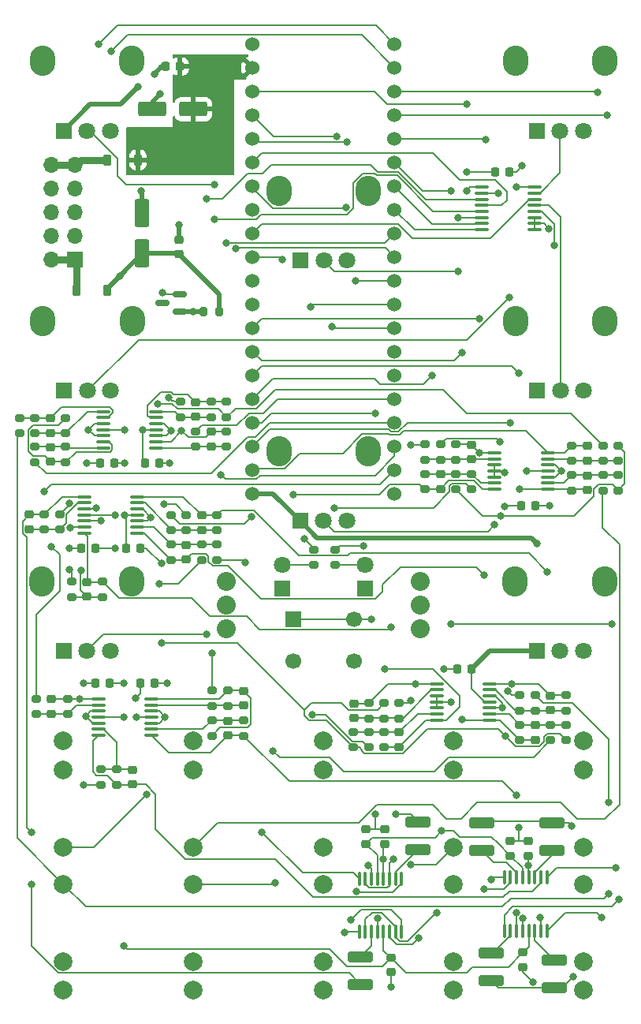
<source format=gbr>
%TF.GenerationSoftware,KiCad,Pcbnew,7.0.1*%
%TF.CreationDate,2024-01-09T19:15:50-05:00*%
%TF.ProjectId,daisy_euro,64616973-795f-4657-9572-6f2e6b696361,rev?*%
%TF.SameCoordinates,Original*%
%TF.FileFunction,Copper,L4,Bot*%
%TF.FilePolarity,Positive*%
%FSLAX46Y46*%
G04 Gerber Fmt 4.6, Leading zero omitted, Abs format (unit mm)*
G04 Created by KiCad (PCBNEW 7.0.1) date 2024-01-09 19:15:50*
%MOMM*%
%LPD*%
G01*
G04 APERTURE LIST*
G04 Aperture macros list*
%AMRoundRect*
0 Rectangle with rounded corners*
0 $1 Rounding radius*
0 $2 $3 $4 $5 $6 $7 $8 $9 X,Y pos of 4 corners*
0 Add a 4 corners polygon primitive as box body*
4,1,4,$2,$3,$4,$5,$6,$7,$8,$9,$2,$3,0*
0 Add four circle primitives for the rounded corners*
1,1,$1+$1,$2,$3*
1,1,$1+$1,$4,$5*
1,1,$1+$1,$6,$7*
1,1,$1+$1,$8,$9*
0 Add four rect primitives between the rounded corners*
20,1,$1+$1,$2,$3,$4,$5,0*
20,1,$1+$1,$4,$5,$6,$7,0*
20,1,$1+$1,$6,$7,$8,$9,0*
20,1,$1+$1,$8,$9,$2,$3,0*%
G04 Aperture macros list end*
%TA.AperFunction,ComponentPad*%
%ADD10C,2.000000*%
%TD*%
%TA.AperFunction,ComponentPad*%
%ADD11R,1.800000X1.800000*%
%TD*%
%TA.AperFunction,ComponentPad*%
%ADD12C,1.800000*%
%TD*%
%TA.AperFunction,ComponentPad*%
%ADD13R,1.700000X1.700000*%
%TD*%
%TA.AperFunction,ComponentPad*%
%ADD14C,1.700000*%
%TD*%
%TA.AperFunction,ComponentPad*%
%ADD15O,2.720000X3.240000*%
%TD*%
%TA.AperFunction,ComponentPad*%
%ADD16C,2.032000*%
%TD*%
%TA.AperFunction,ComponentPad*%
%ADD17O,1.700000X1.700000*%
%TD*%
%TA.AperFunction,SMDPad,CuDef*%
%ADD18RoundRect,0.200000X0.275000X-0.200000X0.275000X0.200000X-0.275000X0.200000X-0.275000X-0.200000X0*%
%TD*%
%TA.AperFunction,SMDPad,CuDef*%
%ADD19RoundRect,0.225000X0.250000X-0.225000X0.250000X0.225000X-0.250000X0.225000X-0.250000X-0.225000X0*%
%TD*%
%TA.AperFunction,SMDPad,CuDef*%
%ADD20RoundRect,0.225000X-0.250000X0.225000X-0.250000X-0.225000X0.250000X-0.225000X0.250000X0.225000X0*%
%TD*%
%TA.AperFunction,SMDPad,CuDef*%
%ADD21RoundRect,0.200000X-0.275000X0.200000X-0.275000X-0.200000X0.275000X-0.200000X0.275000X0.200000X0*%
%TD*%
%TA.AperFunction,SMDPad,CuDef*%
%ADD22RoundRect,0.100000X0.637500X0.100000X-0.637500X0.100000X-0.637500X-0.100000X0.637500X-0.100000X0*%
%TD*%
%TA.AperFunction,SMDPad,CuDef*%
%ADD23RoundRect,0.250000X1.100000X-0.325000X1.100000X0.325000X-1.100000X0.325000X-1.100000X-0.325000X0*%
%TD*%
%TA.AperFunction,SMDPad,CuDef*%
%ADD24RoundRect,0.225000X0.225000X0.250000X-0.225000X0.250000X-0.225000X-0.250000X0.225000X-0.250000X0*%
%TD*%
%TA.AperFunction,SMDPad,CuDef*%
%ADD25RoundRect,0.225000X-0.225000X-0.250000X0.225000X-0.250000X0.225000X0.250000X-0.225000X0.250000X0*%
%TD*%
%TA.AperFunction,SMDPad,CuDef*%
%ADD26RoundRect,0.150000X0.587500X0.150000X-0.587500X0.150000X-0.587500X-0.150000X0.587500X-0.150000X0*%
%TD*%
%TA.AperFunction,SMDPad,CuDef*%
%ADD27RoundRect,0.250000X-1.100000X0.325000X-1.100000X-0.325000X1.100000X-0.325000X1.100000X0.325000X0*%
%TD*%
%TA.AperFunction,SMDPad,CuDef*%
%ADD28RoundRect,0.225000X-0.225000X-0.375000X0.225000X-0.375000X0.225000X0.375000X-0.225000X0.375000X0*%
%TD*%
%TA.AperFunction,SMDPad,CuDef*%
%ADD29RoundRect,0.100000X0.100000X-0.637500X0.100000X0.637500X-0.100000X0.637500X-0.100000X-0.637500X0*%
%TD*%
%TA.AperFunction,SMDPad,CuDef*%
%ADD30RoundRect,0.200000X0.200000X0.275000X-0.200000X0.275000X-0.200000X-0.275000X0.200000X-0.275000X0*%
%TD*%
%TA.AperFunction,SMDPad,CuDef*%
%ADD31RoundRect,0.250000X1.250000X0.550000X-1.250000X0.550000X-1.250000X-0.550000X1.250000X-0.550000X0*%
%TD*%
%TA.AperFunction,SMDPad,CuDef*%
%ADD32RoundRect,0.250000X-0.550000X1.250000X-0.550000X-1.250000X0.550000X-1.250000X0.550000X1.250000X0*%
%TD*%
%TA.AperFunction,SMDPad,CuDef*%
%ADD33RoundRect,0.225000X0.225000X0.375000X-0.225000X0.375000X-0.225000X-0.375000X0.225000X-0.375000X0*%
%TD*%
%TA.AperFunction,ComponentPad*%
%ADD34C,1.524000*%
%TD*%
%TA.AperFunction,ViaPad*%
%ADD35C,0.800000*%
%TD*%
%TA.AperFunction,Conductor*%
%ADD36C,0.203200*%
%TD*%
%TA.AperFunction,Conductor*%
%ADD37C,0.508000*%
%TD*%
%TA.AperFunction,Conductor*%
%ADD38C,0.762000*%
%TD*%
G04 APERTURE END LIST*
D10*
%TO.P,J2,S*%
%TO.N,GND*%
X49530000Y-121790000D03*
%TO.P,J2,T*%
%TO.N,cv_in_2*%
X49530000Y-133190000D03*
%TO.P,J2,TN*%
%TO.N,unconnected-(J2-PadTN)*%
X49530000Y-124890000D03*
%TD*%
D11*
%TO.P,D3,1,K*%
%TO.N,GND*%
X59055000Y-105415000D03*
D12*
%TO.P,D3,2,A*%
%TO.N,Net-(D3-A)*%
X59055000Y-102875000D03*
%TD*%
D13*
%TO.P,SW1,1,1*%
%TO.N,D10*%
X60250000Y-108748000D03*
D14*
X66750000Y-108748000D03*
%TO.P,SW1,2,2*%
%TO.N,GND*%
X60250000Y-113248000D03*
X66750000Y-113248000D03*
%TD*%
D15*
%TO.P,RV2,*%
%TO.N,*%
X33340000Y-76708000D03*
X42940000Y-76708000D03*
D11*
%TO.P,RV2,1,1*%
%TO.N,+3.3VA*%
X35640000Y-84208000D03*
D12*
%TO.P,RV2,2,2*%
%TO.N,/cv/pot_5*%
X38140000Y-84208000D03*
%TO.P,RV2,3,3*%
%TO.N,GND*%
X40640000Y-84208000D03*
%TD*%
D10*
%TO.P,J7,S*%
%TO.N,GND*%
X49530000Y-148560000D03*
%TO.P,J7,T*%
%TO.N,cv_in_3*%
X49530000Y-137160000D03*
%TO.P,J7,TN*%
%TO.N,unconnected-(J7-PadTN)*%
X49530000Y-145460000D03*
%TD*%
%TO.P,J1,S*%
%TO.N,GND*%
X35560000Y-121790000D03*
%TO.P,J1,T*%
%TO.N,J1_cv_a_in*%
X35560000Y-133190000D03*
%TO.P,J1,TN*%
%TO.N,unconnected-(J1-PadTN)*%
X35560000Y-124890000D03*
%TD*%
%TO.P,J8,S*%
%TO.N,GND*%
X63500000Y-148560000D03*
%TO.P,J8,T*%
%TO.N,cv_in_5*%
X63500000Y-137160000D03*
%TO.P,J8,TN*%
%TO.N,unconnected-(J8-PadTN)*%
X63500000Y-145460000D03*
%TD*%
D15*
%TO.P,RV6,*%
%TO.N,*%
X84100000Y-48795000D03*
X93700000Y-48795000D03*
D11*
%TO.P,RV6,1,1*%
%TO.N,+3.3VA*%
X86400000Y-56295000D03*
D12*
%TO.P,RV6,2,2*%
%TO.N,/cv/pot_7*%
X88900000Y-56295000D03*
%TO.P,RV6,3,3*%
%TO.N,GND*%
X91400000Y-56295000D03*
%TD*%
D10*
%TO.P,J4,S*%
%TO.N,GND*%
X77470000Y-121790000D03*
%TO.P,J4,T*%
%TO.N,Net-(J4-PadT)*%
X77470000Y-133190000D03*
%TO.P,J4,TN*%
%TO.N,unconnected-(J4-PadTN)*%
X77470000Y-124890000D03*
%TD*%
D15*
%TO.P,RV3,*%
%TO.N,*%
X33274000Y-104648000D03*
X42874000Y-104648000D03*
D11*
%TO.P,RV3,1,1*%
%TO.N,+3.3VA*%
X35574000Y-112148000D03*
D12*
%TO.P,RV3,2,2*%
%TO.N,/cv/pot_2*%
X38074000Y-112148000D03*
%TO.P,RV3,3,3*%
%TO.N,GND*%
X40574000Y-112148000D03*
%TD*%
D16*
%TO.P,SW2,1,1*%
%TO.N,D8*%
X53086000Y-104648000D03*
%TO.P,SW2,2,2*%
%TO.N,GND*%
X53086000Y-107188000D03*
%TO.P,SW2,3,3*%
%TO.N,D9*%
X53086000Y-109728000D03*
%TD*%
%TO.P,SW3,1,1*%
%TO.N,D13*%
X73914000Y-104648000D03*
%TO.P,SW3,2,2*%
%TO.N,GND*%
X73914000Y-107188000D03*
%TO.P,SW3,3,3*%
%TO.N,D14*%
X73914000Y-109728000D03*
%TD*%
D10*
%TO.P,J10,S*%
%TO.N,GND*%
X91440000Y-148560000D03*
%TO.P,J10,T*%
%TO.N,Net-(J10-PadT)*%
X91440000Y-137160000D03*
%TO.P,J10,TN*%
%TO.N,unconnected-(J10-PadTN)*%
X91440000Y-145460000D03*
%TD*%
%TO.P,J6,S*%
%TO.N,GND*%
X35560000Y-148560000D03*
%TO.P,J6,T*%
%TO.N,J6_cv_a_in*%
X35560000Y-137160000D03*
%TO.P,J6,TN*%
%TO.N,unconnected-(J6-PadTN)*%
X35560000Y-145460000D03*
%TD*%
D15*
%TO.P,RV7,*%
%TO.N,*%
X84126000Y-76711000D03*
X93726000Y-76711000D03*
D11*
%TO.P,RV7,1,1*%
%TO.N,+3.3VA*%
X86426000Y-84211000D03*
D12*
%TO.P,RV7,2,2*%
%TO.N,/cv/pot_4*%
X88926000Y-84211000D03*
%TO.P,RV7,3,3*%
%TO.N,GND*%
X91426000Y-84211000D03*
%TD*%
D11*
%TO.P,D4,1,K*%
%TO.N,GND*%
X67945000Y-105410000D03*
D12*
%TO.P,D4,2,A*%
%TO.N,Net-(D4-A)*%
X67945000Y-102870000D03*
%TD*%
D15*
%TO.P,RV4,*%
%TO.N,*%
X58726000Y-62741000D03*
X68326000Y-62741000D03*
D11*
%TO.P,RV4,1,1*%
%TO.N,+3.3VA*%
X61026000Y-70241000D03*
D12*
%TO.P,RV4,2,2*%
%TO.N,/cv/pot_6*%
X63526000Y-70241000D03*
%TO.P,RV4,3,3*%
%TO.N,GND*%
X66026000Y-70241000D03*
%TD*%
D10*
%TO.P,J9,S*%
%TO.N,GND*%
X77470000Y-148560000D03*
%TO.P,J9,T*%
%TO.N,Net-(J9-PadT)*%
X77470000Y-137160000D03*
%TO.P,J9,TN*%
%TO.N,unconnected-(J9-PadTN)*%
X77470000Y-145460000D03*
%TD*%
%TO.P,J5,S*%
%TO.N,GND*%
X91440000Y-121790000D03*
%TO.P,J5,T*%
%TO.N,Net-(J5-PadT)*%
X91440000Y-133190000D03*
%TO.P,J5,TN*%
%TO.N,unconnected-(J5-PadTN)*%
X91440000Y-124890000D03*
%TD*%
D15*
%TO.P,RV1,*%
%TO.N,*%
X33300000Y-48795000D03*
X42900000Y-48795000D03*
D11*
%TO.P,RV1,1,1*%
%TO.N,+3.3VA*%
X35600000Y-56295000D03*
D12*
%TO.P,RV1,2,2*%
%TO.N,/cv/pot_1*%
X38100000Y-56295000D03*
%TO.P,RV1,3,3*%
%TO.N,GND*%
X40600000Y-56295000D03*
%TD*%
D15*
%TO.P,RV5,*%
%TO.N,*%
X58700000Y-90681000D03*
X68300000Y-90681000D03*
D11*
%TO.P,RV5,1,1*%
%TO.N,+3.3VA*%
X61000000Y-98181000D03*
D12*
%TO.P,RV5,2,2*%
%TO.N,/cv/pot_3*%
X63500000Y-98181000D03*
%TO.P,RV5,3,3*%
%TO.N,GND*%
X66000000Y-98181000D03*
%TD*%
D10*
%TO.P,J3,S*%
%TO.N,GND*%
X63500000Y-121790000D03*
%TO.P,J3,T*%
%TO.N,cv_in_4*%
X63500000Y-133190000D03*
%TO.P,J3,TN*%
%TO.N,unconnected-(J3-PadTN)*%
X63500000Y-124890000D03*
%TD*%
D15*
%TO.P,RV8,*%
%TO.N,*%
X84074000Y-104648000D03*
X93674000Y-104648000D03*
D11*
%TO.P,RV8,1,1*%
%TO.N,+3.3VA*%
X86374000Y-112148000D03*
D12*
%TO.P,RV8,2,2*%
%TO.N,/cv/pot_8*%
X88874000Y-112148000D03*
%TO.P,RV8,3,3*%
%TO.N,GND*%
X91374000Y-112148000D03*
%TD*%
D13*
%TO.P,J11,1,-12V*%
%TO.N,Net-(D2-K)*%
X36810000Y-70158000D03*
D17*
%TO.P,J11,2,-12V*%
X34270000Y-70158000D03*
%TO.P,J11,3,gnd*%
%TO.N,GND*%
X36810000Y-67618000D03*
%TO.P,J11,4,gnd*%
X34270000Y-67618000D03*
%TO.P,J11,5,gnd*%
X36810000Y-65078000D03*
%TO.P,J11,6,gnd*%
X34270000Y-65078000D03*
%TO.P,J11,7,gnd*%
X36810000Y-62538000D03*
%TO.P,J11,8,gnd*%
X34270000Y-62538000D03*
%TO.P,J11,9,+12V*%
%TO.N,Net-(D1-A)*%
X36810000Y-59998000D03*
%TO.P,J11,10,+12V*%
X34270000Y-59998000D03*
%TD*%
D18*
%TO.P,R51,1*%
%TO.N,Net-(D3-A)*%
X62484000Y-102933000D03*
%TO.P,R51,2*%
%TO.N,D11*%
X62484000Y-101283000D03*
%TD*%
%TO.P,R49,1*%
%TO.N,Net-(U9D--)*%
X33528000Y-99123000D03*
%TO.P,R49,2*%
%TO.N,Net-(C39-Pad1)*%
X33528000Y-97473000D03*
%TD*%
%TO.P,R45,1*%
%TO.N,cv_in_3*%
X87884000Y-121729000D03*
%TO.P,R45,2*%
%TO.N,Net-(U6B--)*%
X87884000Y-120079000D03*
%TD*%
D19*
%TO.P,C11,1*%
%TO.N,A4_D19*%
X91821000Y-94869000D03*
%TO.P,C11,2*%
%TO.N,Net-(U3B--)*%
X91821000Y-93319000D03*
%TD*%
D20*
%TO.P,C15,1*%
%TO.N,cv_out_0*%
X50419000Y-97587000D03*
%TO.P,C15,2*%
%TO.N,Net-(U9A--)*%
X50419000Y-99137000D03*
%TD*%
D18*
%TO.P,R43,1*%
%TO.N,Net-(U6A--)*%
X89535000Y-118528600D03*
%TO.P,R43,2*%
%TO.N,A1_D16*%
X89535000Y-116878600D03*
%TD*%
D21*
%TO.P,R30,1*%
%TO.N,J1_cv_a_in*%
X93480625Y-90107000D03*
%TO.P,R30,2*%
%TO.N,Net-(U3A--)*%
X93480625Y-91757000D03*
%TD*%
D22*
%TO.P,U5,1*%
%TO.N,Net-(C5-Pad1)*%
X45026500Y-117303000D03*
%TO.P,U5,2,-*%
%TO.N,Net-(U5A--)*%
X45026500Y-117953000D03*
%TO.P,U5,3,+*%
%TO.N,GND*%
X45026500Y-118603000D03*
%TO.P,U5,4,V+*%
%TO.N,+12V*%
X45026500Y-119253000D03*
%TO.P,U5,5,+*%
%TO.N,GND*%
X45026500Y-119903000D03*
%TO.P,U5,6,-*%
%TO.N,Net-(U5B--)*%
X45026500Y-120553000D03*
%TO.P,U5,7*%
%TO.N,audio_out_0*%
X45026500Y-121203000D03*
%TO.P,U5,8*%
%TO.N,audio_out_1*%
X39301500Y-121203000D03*
%TO.P,U5,9,-*%
%TO.N,Net-(U5C--)*%
X39301500Y-120553000D03*
%TO.P,U5,10,+*%
%TO.N,GND*%
X39301500Y-119903000D03*
%TO.P,U5,11,V-*%
%TO.N,-12V*%
X39301500Y-119253000D03*
%TO.P,U5,12,+*%
%TO.N,GND*%
X39301500Y-118603000D03*
%TO.P,U5,13,-*%
%TO.N,Net-(U5D--)*%
X39301500Y-117953000D03*
%TO.P,U5,14*%
%TO.N,Net-(C6-Pad1)*%
X39301500Y-117303000D03*
%TD*%
D18*
%TO.P,R31,1*%
%TO.N,Net-(U3A--)*%
X90161375Y-91757000D03*
%TO.P,R31,2*%
%TO.N,A0_D15*%
X90161375Y-90107000D03*
%TD*%
D23*
%TO.P,R50,1*%
%TO.N,Net-(C39-Pad1)*%
X67437000Y-147906000D03*
%TO.P,R50,2*%
%TO.N,gate_out_1*%
X67437000Y-144956000D03*
%TD*%
D20*
%TO.P,C38,1*%
%TO.N,Net-(C38-Pad1)*%
X38100000Y-104762000D03*
%TO.P,C38,2*%
%TO.N,Net-(U9C--)*%
X38100000Y-106312000D03*
%TD*%
D22*
%TO.P,U9,1*%
%TO.N,cv_out_0*%
X43502500Y-95586000D03*
%TO.P,U9,2,-*%
%TO.N,Net-(U9A--)*%
X43502500Y-96236000D03*
%TO.P,U9,3,+*%
%TO.N,GND*%
X43502500Y-96886000D03*
%TO.P,U9,4,V+*%
%TO.N,+12V*%
X43502500Y-97536000D03*
%TO.P,U9,5,+*%
%TO.N,GND*%
X43502500Y-98186000D03*
%TO.P,U9,6,-*%
%TO.N,Net-(U9B--)*%
X43502500Y-98836000D03*
%TO.P,U9,7*%
%TO.N,cv_out_1*%
X43502500Y-99486000D03*
%TO.P,U9,8*%
%TO.N,Net-(C38-Pad1)*%
X37777500Y-99486000D03*
%TO.P,U9,9,-*%
%TO.N,Net-(U9C--)*%
X37777500Y-98836000D03*
%TO.P,U9,10,+*%
%TO.N,D0*%
X37777500Y-98186000D03*
%TO.P,U9,11,V-*%
%TO.N,-12V*%
X37777500Y-97536000D03*
%TO.P,U9,12,+*%
%TO.N,D1*%
X37777500Y-96886000D03*
%TO.P,U9,13,-*%
%TO.N,Net-(U9D--)*%
X37777500Y-96236000D03*
%TO.P,U9,14*%
%TO.N,Net-(C39-Pad1)*%
X37777500Y-95586000D03*
%TD*%
D21*
%TO.P,R37,1*%
%TO.N,Net-(U3B--)*%
X90161375Y-93269000D03*
%TO.P,R37,2*%
%TO.N,A4_D19*%
X90161375Y-94919000D03*
%TD*%
D24*
%TO.P,C26,1*%
%TO.N,+12V*%
X48075000Y-49400000D03*
%TO.P,C26,2*%
%TO.N,GND*%
X46525000Y-49400000D03*
%TD*%
D19*
%TO.P,C24,1*%
%TO.N,+12V*%
X85482332Y-134125000D03*
%TO.P,C24,2*%
%TO.N,GND*%
X85482332Y-132575000D03*
%TD*%
D18*
%TO.P,R34,1*%
%TO.N,Net-(U6D--)*%
X68362286Y-119380000D03*
%TO.P,R34,2*%
%TO.N,A3_D18*%
X68362286Y-117730000D03*
%TD*%
%TO.P,R21,1*%
%TO.N,Net-(U5A--)*%
X53213000Y-118046000D03*
%TO.P,R21,2*%
%TO.N,Net-(C5-Pad1)*%
X53213000Y-116396000D03*
%TD*%
D21*
%TO.P,R54,1*%
%TO.N,-10V*%
X48768000Y-97537000D03*
%TO.P,R54,2*%
%TO.N,Net-(U9A--)*%
X48768000Y-99187000D03*
%TD*%
D18*
%TO.P,R35,1*%
%TO.N,-10V*%
X95140250Y-94919000D03*
%TO.P,R35,2*%
%TO.N,Net-(U3B--)*%
X95140250Y-93269000D03*
%TD*%
%TO.P,R58,1*%
%TO.N,-10V*%
X50419000Y-102362000D03*
%TO.P,R58,2*%
%TO.N,Net-(U9B--)*%
X50419000Y-100712000D03*
%TD*%
D25*
%TO.P,C19,1*%
%TO.N,+12V*%
X42278000Y-101092000D03*
%TO.P,C19,2*%
%TO.N,GND*%
X43828000Y-101092000D03*
%TD*%
D18*
%TO.P,R8,1*%
%TO.N,Net-(C1-Pad1)*%
X48133000Y-87058000D03*
%TO.P,R8,2*%
%TO.N,Net-(U4B--)*%
X48133000Y-85408000D03*
%TD*%
D19*
%TO.P,C1,1*%
%TO.N,Net-(C1-Pad1)*%
X49784000Y-87008000D03*
%TO.P,C1,2*%
%TO.N,Net-(U4A--)*%
X49784000Y-85458000D03*
%TD*%
%TO.P,C14,1*%
%TO.N,A5_D20*%
X86233000Y-121679000D03*
%TO.P,C14,2*%
%TO.N,Net-(U6B--)*%
X86233000Y-120129000D03*
%TD*%
D18*
%TO.P,R3,1*%
%TO.N,J1_cv_a_in*%
X53086000Y-87058000D03*
%TO.P,R3,2*%
%TO.N,Net-(U4A--)*%
X53086000Y-85408000D03*
%TD*%
D20*
%TO.P,C10,1*%
%TO.N,A3_D18*%
X66729429Y-117780000D03*
%TO.P,C10,2*%
%TO.N,Net-(U6D--)*%
X66729429Y-119330000D03*
%TD*%
D22*
%TO.P,U4,1*%
%TO.N,Net-(C1-Pad1)*%
X45534500Y-86442000D03*
%TO.P,U4,2,-*%
%TO.N,Net-(U4A--)*%
X45534500Y-87092000D03*
%TO.P,U4,3,+*%
%TO.N,GND*%
X45534500Y-87742000D03*
%TO.P,U4,4,V+*%
%TO.N,+12V*%
X45534500Y-88392000D03*
%TO.P,U4,5,+*%
%TO.N,GND*%
X45534500Y-89042000D03*
%TO.P,U4,6,-*%
%TO.N,Net-(U4B--)*%
X45534500Y-89692000D03*
%TO.P,U4,7*%
%TO.N,Net-(C3-Pad1)*%
X45534500Y-90342000D03*
%TO.P,U4,8*%
%TO.N,Net-(C4-Pad1)*%
X39809500Y-90342000D03*
%TO.P,U4,9,-*%
%TO.N,Net-(U4C--)*%
X39809500Y-89692000D03*
%TO.P,U4,10,+*%
%TO.N,GND*%
X39809500Y-89042000D03*
%TO.P,U4,11,V-*%
%TO.N,-12V*%
X39809500Y-88392000D03*
%TO.P,U4,12,+*%
%TO.N,GND*%
X39809500Y-87742000D03*
%TO.P,U4,13,-*%
%TO.N,Net-(U4D--)*%
X39809500Y-87092000D03*
%TO.P,U4,14*%
%TO.N,Net-(C2-Pad1)*%
X39809500Y-86442000D03*
%TD*%
D19*
%TO.P,C35,1*%
%TO.N,+3.3V*%
X68055000Y-132842000D03*
%TO.P,C35,2*%
%TO.N,GND*%
X68055000Y-131292000D03*
%TD*%
D25*
%TO.P,C33,1*%
%TO.N,+12V*%
X43802000Y-115570000D03*
%TO.P,C33,2*%
%TO.N,GND*%
X45352000Y-115570000D03*
%TD*%
D21*
%TO.P,R9,1*%
%TO.N,Net-(U4B--)*%
X53086000Y-88583000D03*
%TO.P,R9,2*%
%TO.N,Net-(C3-Pad1)*%
X53086000Y-90233000D03*
%TD*%
%TO.P,R24,1*%
%TO.N,-10V*%
X76049429Y-89980000D03*
%TO.P,R24,2*%
%TO.N,Net-(U3D--)*%
X76049429Y-91630000D03*
%TD*%
D23*
%TO.P,R60,1*%
%TO.N,Net-(R60-Pad1)*%
X88011000Y-133555000D03*
%TO.P,R60,2*%
%TO.N,Net-(J10-PadT)*%
X88011000Y-130605000D03*
%TD*%
D20*
%TO.P,C27,1*%
%TO.N,GND*%
X48000000Y-68025000D03*
%TO.P,C27,2*%
%TO.N,-12V*%
X48000000Y-69575000D03*
%TD*%
D19*
%TO.P,C2,1*%
%TO.N,Net-(C2-Pad1)*%
X34163000Y-88723000D03*
%TO.P,C2,2*%
%TO.N,Net-(U4D--)*%
X34163000Y-87173000D03*
%TD*%
D24*
%TO.P,C21,1*%
%TO.N,+3.3VA*%
X86259000Y-96520000D03*
%TO.P,C21,2*%
%TO.N,GND*%
X84709000Y-96520000D03*
%TD*%
D26*
%TO.P,U7,1,K*%
%TO.N,GND*%
X48054500Y-73853000D03*
%TO.P,U7,2,A*%
%TO.N,-10V*%
X48054500Y-75753000D03*
%TO.P,U7,3*%
%TO.N,N/C*%
X46179500Y-74803000D03*
%TD*%
D27*
%TO.P,R61,1*%
%TO.N,Net-(C38-Pad1)*%
X73660000Y-130478000D03*
%TO.P,R61,2*%
%TO.N,gate_out_0*%
X73660000Y-133428000D03*
%TD*%
D19*
%TO.P,C31,1*%
%TO.N,audio_out_1*%
X43002200Y-126442000D03*
%TO.P,C31,2*%
%TO.N,Net-(U5C--)*%
X43002200Y-124892000D03*
%TD*%
%TO.P,C25,1*%
%TO.N,GND*%
X84912200Y-146063000D03*
%TO.P,C25,2*%
%TO.N,-12V*%
X84912200Y-144513000D03*
%TD*%
D18*
%TO.P,R22,1*%
%TO.N,Net-(U5D--)*%
X36002666Y-118922000D03*
%TO.P,R22,2*%
%TO.N,Net-(C6-Pad1)*%
X36002666Y-117272000D03*
%TD*%
D21*
%TO.P,R23,1*%
%TO.N,cv_in_6*%
X74374858Y-89980000D03*
%TO.P,R23,2*%
%TO.N,Net-(U3D--)*%
X74374858Y-91630000D03*
%TD*%
%TO.P,R2,1*%
%TO.N,Net-(U5C--)*%
X41275000Y-124842000D03*
%TO.P,R2,2*%
%TO.N,audio_out_1*%
X41275000Y-126492000D03*
%TD*%
D19*
%TO.P,C23,1*%
%TO.N,+3.3V*%
X83554666Y-134125000D03*
%TO.P,C23,2*%
%TO.N,GND*%
X83554666Y-132575000D03*
%TD*%
D21*
%TO.P,R12,1*%
%TO.N,Net-(C4-Pad1)*%
X32512000Y-90234000D03*
%TO.P,R12,2*%
%TO.N,in_1*%
X32512000Y-91884000D03*
%TD*%
%TO.P,R46,1*%
%TO.N,Net-(U6B--)*%
X84582000Y-120079000D03*
%TO.P,R46,2*%
%TO.N,A5_D20*%
X84582000Y-121729000D03*
%TD*%
D22*
%TO.P,U2,1,Y0*%
%TO.N,/cv/pot_5*%
X86174500Y-62368000D03*
%TO.P,U2,2,Y2*%
%TO.N,/cv/pot_7*%
X86174500Y-63018000D03*
%TO.P,U2,3,Y*%
%TO.N,A10_D25*%
X86174500Y-63668000D03*
%TO.P,U2,4,Y3*%
%TO.N,/cv/pot_4*%
X86174500Y-64318000D03*
%TO.P,U2,5,Y1*%
%TO.N,/cv/pot_8*%
X86174500Y-64968000D03*
%TO.P,U2,6,INH*%
%TO.N,GND*%
X86174500Y-65618000D03*
%TO.P,U2,7,VEE*%
X86174500Y-66268000D03*
%TO.P,U2,8,VSS*%
X86174500Y-66918000D03*
%TO.P,U2,9,B*%
%TO.N,D7*%
X80449500Y-66918000D03*
%TO.P,U2,10,A*%
%TO.N,D6*%
X80449500Y-66268000D03*
%TO.P,U2,11,X3*%
%TO.N,/cv/pot_6*%
X80449500Y-65618000D03*
%TO.P,U2,12,X0*%
%TO.N,/cv/pot_1*%
X80449500Y-64968000D03*
%TO.P,U2,13,X*%
%TO.N,A11_D28*%
X80449500Y-64318000D03*
%TO.P,U2,14,X1*%
%TO.N,/cv/pot_2*%
X80449500Y-63668000D03*
%TO.P,U2,15,X2*%
%TO.N,/cv/pot_3*%
X80449500Y-63018000D03*
%TO.P,U2,16,VDD*%
%TO.N,+3.3V*%
X80449500Y-62368000D03*
%TD*%
D18*
%TO.P,R44,1*%
%TO.N,-10V*%
X89535000Y-121729000D03*
%TO.P,R44,2*%
%TO.N,Net-(U6B--)*%
X89535000Y-120079000D03*
%TD*%
D21*
%TO.P,R40,1*%
%TO.N,Net-(U3C--)*%
X74374858Y-93155000D03*
%TO.P,R40,2*%
%TO.N,A9_D24*%
X74374858Y-94805000D03*
%TD*%
D20*
%TO.P,C13,1*%
%TO.N,A1_D16*%
X87884000Y-116928600D03*
%TO.P,C13,2*%
%TO.N,Net-(U6A--)*%
X87884000Y-118478600D03*
%TD*%
D21*
%TO.P,R32,1*%
%TO.N,-10V*%
X69995143Y-117730000D03*
%TO.P,R32,2*%
%TO.N,Net-(U6D--)*%
X69995143Y-119380000D03*
%TD*%
D28*
%TO.P,D2,1,K*%
%TO.N,Net-(D2-K)*%
X36958000Y-73406000D03*
%TO.P,D2,2,A*%
%TO.N,-12V*%
X40258000Y-73406000D03*
%TD*%
D18*
%TO.P,R39,1*%
%TO.N,cv_in_4*%
X79398574Y-94805000D03*
%TO.P,R39,2*%
%TO.N,Net-(U3C--)*%
X79398574Y-93155000D03*
%TD*%
D29*
%TO.P,U8,1*%
%TO.N,D2*%
X87466600Y-142156100D03*
%TO.P,U8,2*%
%TO.N,cv_out_0*%
X86816600Y-142156100D03*
%TO.P,U8,3*%
%TO.N,Net-(R13-Pad1)*%
X86166600Y-142156100D03*
%TO.P,U8,4,V-*%
%TO.N,-12V*%
X85516600Y-142156100D03*
%TO.P,U8,5,GND*%
%TO.N,GND*%
X84866600Y-142156100D03*
%TO.P,U8,6*%
%TO.N,audio_out_0*%
X84216600Y-142156100D03*
%TO.P,U8,7*%
%TO.N,Net-(R56-Pad1)*%
X83566600Y-142156100D03*
%TO.P,U8,8*%
%TO.N,D3*%
X82916600Y-142156100D03*
%TO.P,U8,9*%
%TO.N,D4*%
X82916600Y-136431100D03*
%TO.P,U8,10*%
%TO.N,cv_out_1*%
X83566600Y-136431100D03*
%TO.P,U8,11*%
%TO.N,Net-(R14-Pad1)*%
X84216600Y-136431100D03*
%TO.P,U8,12,VL*%
%TO.N,+3.3V*%
X84866600Y-136431100D03*
%TO.P,U8,13,V+*%
%TO.N,+12V*%
X85516600Y-136431100D03*
%TO.P,U8,14*%
%TO.N,Net-(R60-Pad1)*%
X86166600Y-136431100D03*
%TO.P,U8,15*%
%TO.N,audio_out_1*%
X86816600Y-136431100D03*
%TO.P,U8,16*%
%TO.N,D5*%
X87466600Y-136431100D03*
%TD*%
D18*
%TO.P,R36,1*%
%TO.N,cv_in_2*%
X93480625Y-94919000D03*
%TO.P,R36,2*%
%TO.N,Net-(U3B--)*%
X93480625Y-93269000D03*
%TD*%
%TO.P,R11,1*%
%TO.N,Net-(C3-Pad1)*%
X49784000Y-90233000D03*
%TO.P,R11,2*%
%TO.N,in_0*%
X49784000Y-88583000D03*
%TD*%
D23*
%TO.P,R14,1*%
%TO.N,Net-(R14-Pad1)*%
X80518000Y-133555000D03*
%TO.P,R14,2*%
%TO.N,Net-(J10-PadT)*%
X80518000Y-130605000D03*
%TD*%
D21*
%TO.P,R16,1*%
%TO.N,Net-(U5B--)*%
X54940200Y-119584000D03*
%TO.P,R16,2*%
%TO.N,audio_out_0*%
X54940200Y-121234000D03*
%TD*%
%TO.P,R29,1*%
%TO.N,-10V*%
X95140250Y-90107000D03*
%TO.P,R29,2*%
%TO.N,Net-(U3A--)*%
X95140250Y-91757000D03*
%TD*%
D30*
%TO.P,R47,1*%
%TO.N,-12V*%
X52260000Y-75692000D03*
%TO.P,R47,2*%
%TO.N,-10V*%
X50610000Y-75692000D03*
%TD*%
D31*
%TO.P,C28,1*%
%TO.N,+12V*%
X49500000Y-54000000D03*
%TO.P,C28,2*%
%TO.N,GND*%
X45100000Y-54000000D03*
%TD*%
D19*
%TO.P,C12,1*%
%TO.N,A9_D24*%
X76049429Y-94755000D03*
%TO.P,C12,2*%
%TO.N,Net-(U3C--)*%
X76049429Y-93205000D03*
%TD*%
D20*
%TO.P,C4,1*%
%TO.N,Net-(C4-Pad1)*%
X34163000Y-90284000D03*
%TO.P,C4,2*%
%TO.N,Net-(U4C--)*%
X34163000Y-91834000D03*
%TD*%
%TO.P,C5,1*%
%TO.N,Net-(C5-Pad1)*%
X54906333Y-116446000D03*
%TO.P,C5,2*%
%TO.N,Net-(U5A--)*%
X54906333Y-117996000D03*
%TD*%
D18*
%TO.P,R15,1*%
%TO.N,Net-(C5-Pad1)*%
X51485800Y-121234000D03*
%TO.P,R15,2*%
%TO.N,Net-(U5B--)*%
X51485800Y-119584000D03*
%TD*%
D27*
%TO.P,R13,1*%
%TO.N,Net-(R13-Pad1)*%
X88265000Y-145337000D03*
%TO.P,R13,2*%
%TO.N,Net-(J5-PadT)*%
X88265000Y-148287000D03*
%TD*%
D25*
%TO.P,C34,1*%
%TO.N,GND*%
X38989000Y-115570000D03*
%TO.P,C34,2*%
%TO.N,-12V*%
X40539000Y-115570000D03*
%TD*%
%TO.P,C17,1*%
%TO.N,+12V*%
X44310000Y-91948000D03*
%TO.P,C17,2*%
%TO.N,GND*%
X45860000Y-91948000D03*
%TD*%
D20*
%TO.P,C7,1*%
%TO.N,A6_D21*%
X79398571Y-90030000D03*
%TO.P,C7,2*%
%TO.N,Net-(U3D--)*%
X79398571Y-91580000D03*
%TD*%
D25*
%TO.P,C30,1*%
%TO.N,+3.3V*%
X81902000Y-60706000D03*
%TO.P,C30,2*%
%TO.N,GND*%
X83452000Y-60706000D03*
%TD*%
D18*
%TO.P,R38,1*%
%TO.N,-10V*%
X77724000Y-94805000D03*
%TO.P,R38,2*%
%TO.N,Net-(U3C--)*%
X77724000Y-93155000D03*
%TD*%
D21*
%TO.P,R48,1*%
%TO.N,GND*%
X35179000Y-97473000D03*
%TO.P,R48,2*%
%TO.N,Net-(U9D--)*%
X35179000Y-99123000D03*
%TD*%
D18*
%TO.P,R7,1*%
%TO.N,Net-(C2-Pad1)*%
X35814000Y-88773000D03*
%TO.P,R7,2*%
%TO.N,Net-(U4C--)*%
X35814000Y-87123000D03*
%TD*%
D29*
%TO.P,U10,1*%
%TO.N,D29*%
X71871000Y-142308500D03*
%TO.P,U10,2*%
%TO.N,Net-(J9-PadT)*%
X71221000Y-142308500D03*
%TO.P,U10,3*%
%TO.N,cv_in_7*%
X70571000Y-142308500D03*
%TO.P,U10,4,V-*%
%TO.N,-12V*%
X69921000Y-142308500D03*
%TO.P,U10,5,GND*%
%TO.N,GND*%
X69271000Y-142308500D03*
%TO.P,U10,6*%
%TO.N,gate_out_1*%
X68621000Y-142308500D03*
%TO.P,U10,7*%
%TO.N,Net-(J9-PadT)*%
X67971000Y-142308500D03*
%TO.P,U10,8*%
%TO.N,D30*%
X67321000Y-142308500D03*
%TO.P,U10,9*%
%TO.N,D26*%
X67321000Y-136583500D03*
%TO.P,U10,10*%
%TO.N,Net-(J4-PadT)*%
X67971000Y-136583500D03*
%TO.P,U10,11*%
%TO.N,cv_in_6*%
X68621000Y-136583500D03*
%TO.P,U10,12,VL*%
%TO.N,+3.3V*%
X69271000Y-136583500D03*
%TO.P,U10,13,V+*%
%TO.N,+12V*%
X69921000Y-136583500D03*
%TO.P,U10,14*%
%TO.N,Net-(J4-PadT)*%
X70571000Y-136583500D03*
%TO.P,U10,15*%
%TO.N,gate_out_0*%
X71221000Y-136583500D03*
%TO.P,U10,16*%
%TO.N,D27*%
X71871000Y-136583500D03*
%TD*%
D25*
%TO.P,C18,1*%
%TO.N,GND*%
X39484000Y-91948000D03*
%TO.P,C18,2*%
%TO.N,-12V*%
X41034000Y-91948000D03*
%TD*%
D18*
%TO.P,R25,1*%
%TO.N,Net-(U3D--)*%
X77724000Y-91630000D03*
%TO.P,R25,2*%
%TO.N,A6_D21*%
X77724000Y-89980000D03*
%TD*%
D19*
%TO.P,C8,1*%
%TO.N,A2_D17*%
X71609858Y-122441000D03*
%TO.P,C8,2*%
%TO.N,Net-(U6C--)*%
X71609858Y-120891000D03*
%TD*%
D21*
%TO.P,R42,1*%
%TO.N,J6_cv_a_in*%
X86233000Y-116878600D03*
%TO.P,R42,2*%
%TO.N,Net-(U6A--)*%
X86233000Y-118528600D03*
%TD*%
D20*
%TO.P,C6,1*%
%TO.N,Net-(C6-Pad1)*%
X34290000Y-117322000D03*
%TO.P,C6,2*%
%TO.N,Net-(U5D--)*%
X34290000Y-118872000D03*
%TD*%
D21*
%TO.P,R52,1*%
%TO.N,A7_D22*%
X47117000Y-97537000D03*
%TO.P,R52,2*%
%TO.N,Net-(U9A--)*%
X47117000Y-99187000D03*
%TD*%
%TO.P,R20,1*%
%TO.N,out_1*%
X32635332Y-117272000D03*
%TO.P,R20,2*%
%TO.N,Net-(U5D--)*%
X32635332Y-118922000D03*
%TD*%
D20*
%TO.P,C9,1*%
%TO.N,A0_D15*%
X91821000Y-90157000D03*
%TO.P,C9,2*%
%TO.N,Net-(U3A--)*%
X91821000Y-91707000D03*
%TD*%
D24*
%TO.P,C22,1*%
%TO.N,+3.3VA*%
X79388000Y-114046000D03*
%TO.P,C22,2*%
%TO.N,GND*%
X77838000Y-114046000D03*
%TD*%
D32*
%TO.P,C29,1*%
%TO.N,GND*%
X44000000Y-65100000D03*
%TO.P,C29,2*%
%TO.N,-12V*%
X44000000Y-69500000D03*
%TD*%
D20*
%TO.P,C39,1*%
%TO.N,Net-(C39-Pad1)*%
X31877000Y-97523000D03*
%TO.P,C39,2*%
%TO.N,Net-(U9D--)*%
X31877000Y-99073000D03*
%TD*%
D18*
%TO.P,R53,1*%
%TO.N,Net-(U9A--)*%
X52070000Y-99187000D03*
%TO.P,R53,2*%
%TO.N,cv_out_0*%
X52070000Y-97537000D03*
%TD*%
D21*
%TO.P,R17,1*%
%TO.N,GND*%
X36449000Y-104712000D03*
%TO.P,R17,2*%
%TO.N,Net-(U9C--)*%
X36449000Y-106362000D03*
%TD*%
D22*
%TO.P,U6,1*%
%TO.N,A1_D16*%
X81348500Y-115652000D03*
%TO.P,U6,2,-*%
%TO.N,Net-(U6A--)*%
X81348500Y-116302000D03*
%TO.P,U6,3,+*%
%TO.N,GND*%
X81348500Y-116952000D03*
%TO.P,U6,4,V+*%
%TO.N,+3.3VA*%
X81348500Y-117602000D03*
%TO.P,U6,5,+*%
%TO.N,GND*%
X81348500Y-118252000D03*
%TO.P,U6,6,-*%
%TO.N,Net-(U6B--)*%
X81348500Y-118902000D03*
%TO.P,U6,7*%
%TO.N,A5_D20*%
X81348500Y-119552000D03*
%TO.P,U6,8*%
%TO.N,A2_D17*%
X75623500Y-119552000D03*
%TO.P,U6,9,-*%
%TO.N,Net-(U6C--)*%
X75623500Y-118902000D03*
%TO.P,U6,10,+*%
%TO.N,GND*%
X75623500Y-118252000D03*
%TO.P,U6,11,V-*%
X75623500Y-117602000D03*
%TO.P,U6,12,+*%
X75623500Y-116952000D03*
%TO.P,U6,13,-*%
%TO.N,Net-(U6D--)*%
X75623500Y-116302000D03*
%TO.P,U6,14*%
%TO.N,A3_D18*%
X75623500Y-115652000D03*
%TD*%
D18*
%TO.P,R18,1*%
%TO.N,Net-(U9C--)*%
X39751000Y-106362000D03*
%TO.P,R18,2*%
%TO.N,Net-(C38-Pad1)*%
X39751000Y-104712000D03*
%TD*%
D21*
%TO.P,R19,1*%
%TO.N,out_0*%
X51519667Y-116396000D03*
%TO.P,R19,2*%
%TO.N,Net-(U5A--)*%
X51519667Y-118046000D03*
%TD*%
%TO.P,R6,1*%
%TO.N,Net-(U4D--)*%
X32512000Y-87123000D03*
%TO.P,R6,2*%
%TO.N,Net-(C2-Pad1)*%
X32512000Y-88773000D03*
%TD*%
%TO.P,R59,1*%
%TO.N,Net-(U9B--)*%
X47117000Y-100712000D03*
%TO.P,R59,2*%
%TO.N,cv_out_1*%
X47117000Y-102362000D03*
%TD*%
D18*
%TO.P,R55,1*%
%TO.N,Net-(D4-A)*%
X64770000Y-102933000D03*
%TO.P,R55,2*%
%TO.N,D12*%
X64770000Y-101283000D03*
%TD*%
D19*
%TO.P,C3,1*%
%TO.N,Net-(C3-Pad1)*%
X51435000Y-90183000D03*
%TO.P,C3,2*%
%TO.N,Net-(U4B--)*%
X51435000Y-88633000D03*
%TD*%
D18*
%TO.P,R1,1*%
%TO.N,Net-(C6-Pad1)*%
X39547800Y-126492000D03*
%TO.P,R1,2*%
%TO.N,Net-(U5C--)*%
X39547800Y-124842000D03*
%TD*%
D21*
%TO.P,R33,1*%
%TO.N,cv_in_7*%
X71628000Y-117730000D03*
%TO.P,R33,2*%
%TO.N,Net-(U6D--)*%
X71628000Y-119380000D03*
%TD*%
D19*
%TO.P,C32,1*%
%TO.N,audio_out_0*%
X53213000Y-121184000D03*
%TO.P,C32,2*%
%TO.N,Net-(U5B--)*%
X53213000Y-119634000D03*
%TD*%
D18*
%TO.P,R26,1*%
%TO.N,-10V*%
X66711286Y-122491000D03*
%TO.P,R26,2*%
%TO.N,Net-(U6C--)*%
X66711286Y-120841000D03*
%TD*%
D21*
%TO.P,R28,1*%
%TO.N,Net-(U6C--)*%
X69977000Y-120841000D03*
%TO.P,R28,2*%
%TO.N,A2_D17*%
X69977000Y-122491000D03*
%TD*%
D18*
%TO.P,R57,1*%
%TO.N,A8_D23*%
X52070000Y-102362000D03*
%TO.P,R57,2*%
%TO.N,Net-(U9B--)*%
X52070000Y-100712000D03*
%TD*%
D22*
%TO.P,U3,1*%
%TO.N,A0_D15*%
X87571500Y-90887000D03*
%TO.P,U3,2,-*%
%TO.N,Net-(U3A--)*%
X87571500Y-91537000D03*
%TO.P,U3,3,+*%
%TO.N,GND*%
X87571500Y-92187000D03*
%TO.P,U3,4,V+*%
%TO.N,+3.3VA*%
X87571500Y-92837000D03*
%TO.P,U3,5,+*%
%TO.N,GND*%
X87571500Y-93487000D03*
%TO.P,U3,6,-*%
%TO.N,Net-(U3B--)*%
X87571500Y-94137000D03*
%TO.P,U3,7*%
%TO.N,A4_D19*%
X87571500Y-94787000D03*
%TO.P,U3,8*%
%TO.N,A9_D24*%
X81846500Y-94787000D03*
%TO.P,U3,9,-*%
%TO.N,Net-(U3C--)*%
X81846500Y-94137000D03*
%TO.P,U3,10,+*%
%TO.N,GND*%
X81846500Y-93487000D03*
%TO.P,U3,11,V-*%
X81846500Y-92837000D03*
%TO.P,U3,12,+*%
X81846500Y-92187000D03*
%TO.P,U3,13,-*%
%TO.N,Net-(U3D--)*%
X81846500Y-91537000D03*
%TO.P,U3,14*%
%TO.N,A6_D21*%
X81846500Y-90887000D03*
%TD*%
D21*
%TO.P,R41,1*%
%TO.N,-10V*%
X84582000Y-116878600D03*
%TO.P,R41,2*%
%TO.N,Net-(U6A--)*%
X84582000Y-118528600D03*
%TD*%
D33*
%TO.P,D1,1,K*%
%TO.N,+12V*%
X43560000Y-59436000D03*
%TO.P,D1,2,A*%
%TO.N,Net-(D1-A)*%
X40260000Y-59436000D03*
%TD*%
D34*
%TO.P,U1,1,D0*%
%TO.N,D0*%
X71120000Y-46990000D03*
%TO.P,U1,2,D1*%
%TO.N,D1*%
X71120000Y-49530000D03*
%TO.P,U1,3,D2*%
%TO.N,D2*%
X71120000Y-52070000D03*
%TO.P,U1,4,D3*%
%TO.N,D3*%
X71120000Y-54610000D03*
%TO.P,U1,5,D4*%
%TO.N,D4*%
X71120000Y-57150000D03*
%TO.P,U1,6,D5*%
%TO.N,D5*%
X71120000Y-59690000D03*
%TO.P,U1,7,D6*%
%TO.N,D6*%
X71120000Y-62230000D03*
%TO.P,U1,8,D7*%
%TO.N,D7*%
X71120000Y-64770000D03*
%TO.P,U1,9,D8*%
%TO.N,D8*%
X71120000Y-67310000D03*
%TO.P,U1,10,D9*%
%TO.N,D9*%
X71120000Y-69850000D03*
%TO.P,U1,11,D10*%
%TO.N,D10*%
X71120000Y-72390000D03*
%TO.P,U1,12,D11*%
%TO.N,D11*%
X71120000Y-74930000D03*
%TO.P,U1,13,D12*%
%TO.N,D12*%
X71120000Y-77470000D03*
%TO.P,U1,14,D13*%
%TO.N,D13*%
X71120000Y-80010000D03*
%TO.P,U1,15,D14*%
%TO.N,D14*%
X71120000Y-82550000D03*
%TO.P,U1,16,in[0]*%
%TO.N,in_0*%
X71120000Y-85090000D03*
%TO.P,U1,17,in[1]*%
%TO.N,in_1*%
X71120000Y-87630000D03*
%TO.P,U1,18,out[0]*%
%TO.N,out_0*%
X71120000Y-90170000D03*
%TO.P,U1,19,out[1]*%
%TO.N,out_1*%
X71120000Y-92710000D03*
%TO.P,U1,20,AGND*%
%TO.N,GND*%
X71120000Y-95250000D03*
%TO.P,U1,21,3V3_Analog*%
%TO.N,+3.3VA*%
X55880000Y-95250000D03*
%TO.P,U1,22,A0/D15*%
%TO.N,A0_D15*%
X55880000Y-92710000D03*
%TO.P,U1,23,A1/D16*%
%TO.N,A1_D16*%
X55880000Y-90170000D03*
%TO.P,U1,24,A2/D17*%
%TO.N,A2_D17*%
X55880000Y-87630000D03*
%TO.P,U1,25,A3/D18*%
%TO.N,A3_D18*%
X55880000Y-85090000D03*
%TO.P,U1,26,A4/D19*%
%TO.N,A4_D19*%
X55880000Y-82550000D03*
%TO.P,U1,27,A5/D20*%
%TO.N,A5_D20*%
X55880000Y-80010000D03*
%TO.P,U1,28,A6/D21*%
%TO.N,A6_D21*%
X55880000Y-77470000D03*
%TO.P,U1,29,A7/D22*%
%TO.N,A7_D22*%
X55880000Y-74930000D03*
%TO.P,U1,30,A8/D23*%
%TO.N,A8_D23*%
X55880000Y-72390000D03*
%TO.P,U1,31,A9/D24*%
%TO.N,A9_D24*%
X55880000Y-69850000D03*
%TO.P,U1,32,A10/D25*%
%TO.N,A10_D25*%
X55880000Y-67310000D03*
%TO.P,U1,33,D26*%
%TO.N,D26*%
X55880000Y-64770000D03*
%TO.P,U1,34,D27*%
%TO.N,D27*%
X55880000Y-62230000D03*
%TO.P,U1,35,A11/D28*%
%TO.N,A11_D28*%
X55880000Y-59690000D03*
%TO.P,U1,36,D29*%
%TO.N,D29*%
X55880000Y-57150000D03*
%TO.P,U1,37,D30*%
%TO.N,D30*%
X55880000Y-54610000D03*
%TO.P,U1,38,3V3_Digital*%
%TO.N,+3.3V*%
X55880000Y-52070000D03*
%TO.P,U1,39,VIN*%
%TO.N,+12V*%
X55880000Y-49530000D03*
%TO.P,U1,40,DGND*%
%TO.N,GND*%
X55880000Y-46990000D03*
%TD*%
D18*
%TO.P,R27,1*%
%TO.N,cv_in_5*%
X68344143Y-122491000D03*
%TO.P,R27,2*%
%TO.N,Net-(U6C--)*%
X68344143Y-120841000D03*
%TD*%
D19*
%TO.P,C36,1*%
%TO.N,+12V*%
X70104000Y-132842000D03*
%TO.P,C36,2*%
%TO.N,GND*%
X70104000Y-131292000D03*
%TD*%
%TO.P,C37,1*%
%TO.N,GND*%
X70713600Y-146621800D03*
%TO.P,C37,2*%
%TO.N,-12V*%
X70713600Y-145071800D03*
%TD*%
D21*
%TO.P,R5,1*%
%TO.N,Net-(U4A--)*%
X51435000Y-85408000D03*
%TO.P,R5,2*%
%TO.N,Net-(C1-Pad1)*%
X51435000Y-87058000D03*
%TD*%
D27*
%TO.P,R56,1*%
%TO.N,Net-(R56-Pad1)*%
X81534000Y-144575000D03*
%TO.P,R56,2*%
%TO.N,Net-(J5-PadT)*%
X81534000Y-147525000D03*
%TD*%
D18*
%TO.P,R10,1*%
%TO.N,Net-(U4C--)*%
X35814000Y-91884000D03*
%TO.P,R10,2*%
%TO.N,Net-(C4-Pad1)*%
X35814000Y-90234000D03*
%TD*%
D25*
%TO.P,C20,1*%
%TO.N,GND*%
X37452000Y-101092000D03*
%TO.P,C20,2*%
%TO.N,-12V*%
X39002000Y-101092000D03*
%TD*%
D18*
%TO.P,R4,1*%
%TO.N,J6_cv_a_in*%
X30861000Y-88773000D03*
%TO.P,R4,2*%
%TO.N,Net-(U4D--)*%
X30861000Y-87123000D03*
%TD*%
D19*
%TO.P,C16,1*%
%TO.N,cv_out_1*%
X48768000Y-102312000D03*
%TO.P,C16,2*%
%TO.N,Net-(U9B--)*%
X48768000Y-100762000D03*
%TD*%
D35*
%TO.N,J1_cv_a_in*%
X45720000Y-85598000D03*
X44462600Y-127508000D03*
%TO.N,J6_cv_a_in*%
X94107000Y-138176000D03*
X94107000Y-128397000D03*
%TO.N,D0*%
X39370000Y-46990000D03*
X39624000Y-98171000D03*
%TO.N,D8*%
X53086000Y-68326000D03*
%TO.N,D9*%
X54102000Y-68961000D03*
%TO.N,D10*%
X66929000Y-72390000D03*
X68605400Y-108762800D03*
%TO.N,D11*%
X62103000Y-75184000D03*
X61468000Y-100076000D03*
%TO.N,D1*%
X39116000Y-96774000D03*
X40700000Y-47800000D03*
%TO.N,D2*%
X93345000Y-140716000D03*
X92964000Y-52197000D03*
%TO.N,D26*%
X56896000Y-131572000D03*
%TO.N,Net-(J5-PadT)*%
X90297000Y-147066000D03*
%TO.N,Net-(J10-PadT)*%
X90170000Y-130937000D03*
%TO.N,+3.3VA*%
X86400000Y-100584000D03*
X87757000Y-96520000D03*
X43600000Y-51600000D03*
X85344000Y-92837000D03*
%TO.N,GND*%
X69342000Y-140860502D03*
X36195000Y-101092000D03*
X44958000Y-97790000D03*
X70739000Y-148209000D03*
X82677000Y-118237000D03*
X38227000Y-88392000D03*
X46990000Y-91948000D03*
X46092232Y-102745751D03*
X46736000Y-115570000D03*
X69088000Y-129667000D03*
X38100000Y-91948000D03*
X46482000Y-119253000D03*
X87669800Y-66791013D03*
X36202400Y-103378000D03*
X45300000Y-50200000D03*
X43877657Y-62728100D03*
X76454000Y-114046000D03*
X84888500Y-140856500D03*
X82937900Y-92964998D03*
X45972587Y-52380500D03*
X84455000Y-131064000D03*
X37719000Y-115570000D03*
X37966100Y-119118090D03*
X47117000Y-88519000D03*
X46202600Y-73710800D03*
X85978160Y-147658900D03*
X77216000Y-117602000D03*
X82937900Y-96668655D03*
X48000000Y-66400000D03*
X89027000Y-92837000D03*
X36195000Y-96266000D03*
X84836000Y-60071000D03*
%TO.N,+3.3V*%
X76200000Y-131445000D03*
X78867000Y-62738000D03*
X78867000Y-53467000D03*
X78867000Y-60706000D03*
%TO.N,audio_out_0*%
X84201000Y-127635000D03*
X84174105Y-140201100D03*
%TO.N,Net-(U4B--)*%
X46895493Y-84969900D03*
X48260000Y-88519000D03*
%TO.N,/cv/pot_1*%
X51800000Y-62100000D03*
X51816000Y-65786000D03*
%TO.N,/cv/pot_5*%
X84201000Y-62357000D03*
X83439000Y-74168000D03*
%TO.N,/cv/pot_2*%
X50927000Y-63600000D03*
X50927000Y-110363000D03*
%TO.N,/cv/pot_6*%
X77978000Y-71374000D03*
X77978000Y-65659000D03*
%TO.N,/cv/pot_3*%
X82296000Y-62992000D03*
X81857300Y-98587557D03*
%TO.N,/cv/pot_8*%
X88265000Y-68580000D03*
%TO.N,A3_D18*%
X73406000Y-115697000D03*
X75184000Y-82550000D03*
%TO.N,A2_D17*%
X70071900Y-114060938D03*
X69088000Y-86614000D03*
%TO.N,Net-(C6-Pad1)*%
X37338000Y-117272000D03*
X37719000Y-126492000D03*
%TO.N,out_0*%
X51562000Y-112395000D03*
X52451000Y-93218000D03*
%TO.N,out_1*%
X33528000Y-94996000D03*
X34290000Y-100965000D03*
%TO.N,-10V*%
X82550000Y-97663000D03*
X49530000Y-75753000D03*
X45847000Y-104902000D03*
X46101000Y-111252000D03*
X83297449Y-116489822D03*
X82408885Y-89675120D03*
X46348100Y-96393000D03*
X83057434Y-121285566D03*
%TO.N,-12V*%
X41069500Y-97536000D03*
X42164000Y-91948000D03*
X42037000Y-143764000D03*
X41069500Y-101092000D03*
X41600000Y-71900000D03*
X42164000Y-88392000D03*
X42037000Y-115570000D03*
X42037000Y-119253000D03*
%TO.N,A1_D16*%
X83566000Y-87630000D03*
X83693000Y-115652000D03*
%TO.N,A4_D19*%
X84582000Y-94742000D03*
X84455000Y-82296000D03*
%TO.N,A5_D20*%
X78359000Y-119507000D03*
X78359000Y-80137000D03*
%TO.N,A7_D22*%
X55746100Y-97705268D03*
%TO.N,A8_D23*%
X55118000Y-102616000D03*
%TO.N,A9_D24*%
X59055000Y-70104000D03*
X60245500Y-95377000D03*
%TO.N,+12V*%
X52600000Y-55200000D03*
X50500000Y-48900000D03*
X42164000Y-97536000D03*
X49300000Y-59400000D03*
X43307000Y-117221000D03*
X43434000Y-119253000D03*
X52600000Y-54100000D03*
X47800000Y-59400000D03*
X52600000Y-53000000D03*
X69899131Y-134503186D03*
X50500000Y-50100000D03*
X44069000Y-88392000D03*
X50900000Y-59400000D03*
X52700000Y-48900000D03*
X51600000Y-48900000D03*
X85482332Y-135128000D03*
%TO.N,cv_in_6*%
X68326000Y-135128000D03*
X72898000Y-90043000D03*
%TO.N,cv_in_5*%
X62236900Y-118991822D03*
%TO.N,cv_in_7*%
X73723134Y-142938134D03*
X72898000Y-117475000D03*
%TO.N,cv_in_4*%
X64643001Y-96774001D03*
%TO.N,cv_in_3*%
X58045900Y-122846639D03*
X58293000Y-137033000D03*
%TO.N,cv_out_0*%
X86741000Y-140716000D03*
X87502600Y-103632000D03*
%TO.N,cv_out_1*%
X80772000Y-104013000D03*
X80772000Y-137668000D03*
%TO.N,A6_D21*%
X80255571Y-90887000D03*
X80264000Y-76454000D03*
%TO.N,Net-(U9C--)*%
X37465000Y-103505000D03*
X36322000Y-98933000D03*
%TO.N,D3*%
X93980000Y-54610000D03*
X95250000Y-138811000D03*
%TO.N,Net-(J9-PadT)*%
X75692000Y-140201100D03*
%TO.N,D29*%
X66040000Y-57531000D03*
X66414100Y-140971677D03*
%TO.N,D30*%
X65786000Y-142367000D03*
X64897000Y-56896000D03*
%TO.N,D4*%
X80899000Y-57277000D03*
X81534000Y-136652000D03*
%TO.N,D12*%
X64389000Y-77343000D03*
X67818000Y-100838000D03*
%TO.N,D5*%
X94869000Y-135382000D03*
X77216000Y-62738000D03*
X77216000Y-109220000D03*
X94488000Y-109220000D03*
%TO.N,Net-(C39-Pad1)*%
X32131000Y-131572000D03*
X32131000Y-137160000D03*
%TO.N,Net-(J4-PadT)*%
X70993000Y-134493000D03*
X72873134Y-135103134D03*
%TO.N,Net-(C38-Pad1)*%
X70700000Y-109600000D03*
X71247000Y-129667000D03*
%TO.N,D27*%
X65913000Y-64516000D03*
X67056000Y-137929400D03*
%TD*%
D36*
%TO.N,J1_cv_a_in*%
X35560000Y-133190000D02*
X38780600Y-133190000D01*
X54038000Y-86106000D02*
X53086000Y-87058000D01*
X56264920Y-86106000D02*
X54038000Y-86106000D01*
X76352400Y-84099400D02*
X58271520Y-84099400D01*
X38780600Y-133190000D02*
X44462600Y-127508000D01*
X52164600Y-86136600D02*
X47780468Y-86136600D01*
X47780468Y-86136600D02*
X47241868Y-85598000D01*
X58271520Y-84099400D02*
X56264920Y-86106000D01*
X90013025Y-86639400D02*
X78892400Y-86639400D01*
X47241868Y-85598000D02*
X45720000Y-85598000D01*
X78892400Y-86639400D02*
X76352400Y-84099400D01*
X53086000Y-87058000D02*
X52164600Y-86136600D01*
X93480625Y-90107000D02*
X90013025Y-86639400D01*
%TO.N,J6_cv_a_in*%
X30607000Y-89027000D02*
X30607000Y-132207000D01*
X87083400Y-117729000D02*
X90238533Y-117729000D01*
X86233000Y-116878600D02*
X87083400Y-117729000D01*
X94107000Y-121597467D02*
X94107000Y-128397000D01*
X37973000Y-139573000D02*
X82718732Y-139573000D01*
X35560000Y-137160000D02*
X37973000Y-139573000D01*
X30607000Y-132207000D02*
X35560000Y-137160000D01*
X83607732Y-138684000D02*
X93599000Y-138684000D01*
X82718732Y-139573000D02*
X83607732Y-138684000D01*
X90238533Y-117729000D02*
X94107000Y-121597467D01*
X93599000Y-138684000D02*
X94107000Y-138176000D01*
X30861000Y-88773000D02*
X30607000Y-89027000D01*
%TO.N,D0*%
X71120000Y-46990000D02*
X69130000Y-45000000D01*
X41360000Y-45000000D02*
X39370000Y-46990000D01*
X39609000Y-98186000D02*
X39624000Y-98171000D01*
X69130000Y-45000000D02*
X41360000Y-45000000D01*
X37777500Y-98186000D02*
X39609000Y-98186000D01*
%TO.N,D8*%
X71120000Y-67310000D02*
X70104000Y-68326000D01*
X70104000Y-68326000D02*
X53086000Y-68326000D01*
%TO.N,D9*%
X54102000Y-68961000D02*
X54203600Y-68859400D01*
X54203600Y-68859400D02*
X70129400Y-68859400D01*
X70129400Y-68859400D02*
X71120000Y-69850000D01*
%TO.N,D10*%
X68605400Y-108762800D02*
X66764800Y-108762800D01*
X66929000Y-72390000D02*
X71120000Y-72390000D01*
X66764800Y-108762800D02*
X66750000Y-108748000D01*
X60250000Y-108748000D02*
X66750000Y-108748000D01*
%TO.N,D11*%
X62484000Y-101092000D02*
X61468000Y-100076000D01*
X62357000Y-74930000D02*
X71120000Y-74930000D01*
X62103000Y-75184000D02*
X62357000Y-74930000D01*
X62484000Y-101283000D02*
X62484000Y-101092000D01*
%TO.N,D1*%
X39004000Y-96886000D02*
X39116000Y-96774000D01*
X40700000Y-47800000D02*
X42500600Y-45999400D01*
X37777500Y-96886000D02*
X39004000Y-96886000D01*
X42500600Y-45999400D02*
X67589400Y-45999400D01*
X67589400Y-45999400D02*
X71120000Y-49530000D01*
%TO.N,D2*%
X71120000Y-52070000D02*
X92837000Y-52070000D01*
X87466600Y-142156100D02*
X89414700Y-140208000D01*
X92837000Y-140208000D02*
X93345000Y-140716000D01*
X89414700Y-140208000D02*
X92837000Y-140208000D01*
X92837000Y-52070000D02*
X92964000Y-52197000D01*
%TO.N,D26*%
X61255400Y-135931400D02*
X56896000Y-131572000D01*
X67321000Y-136583500D02*
X66668900Y-135931400D01*
X66668900Y-135931400D02*
X61255400Y-135931400D01*
%TO.N,Net-(J5-PadT)*%
X89076000Y-148287000D02*
X90297000Y-147066000D01*
X88265000Y-148287000D02*
X82296000Y-148287000D01*
X88265000Y-148287000D02*
X89076000Y-148287000D01*
X82296000Y-148287000D02*
X81534000Y-147525000D01*
%TO.N,Net-(J10-PadT)*%
X80518000Y-130605000D02*
X80687100Y-130435900D01*
X89838000Y-130605000D02*
X90170000Y-130937000D01*
X88011000Y-130605000D02*
X89838000Y-130605000D01*
X87841900Y-130435900D02*
X88011000Y-130605000D01*
X80518000Y-130605000D02*
X80567000Y-130556000D01*
X80687100Y-130435900D02*
X87841900Y-130435900D01*
%TO.N,+3.3VA*%
X81348500Y-117602000D02*
X80796289Y-117602000D01*
D37*
X67240706Y-100003085D02*
X67240692Y-100003099D01*
D36*
X87571500Y-92837000D02*
X87019289Y-92837000D01*
X87019289Y-92837000D02*
X85344000Y-92837000D01*
D37*
X41733000Y-53467000D02*
X43600000Y-51600000D01*
X81286000Y-112148000D02*
X86374000Y-112148000D01*
X35600000Y-56295000D02*
X38428000Y-53467000D01*
X86400000Y-100584000D02*
X85819085Y-100003085D01*
D36*
X79388000Y-116193711D02*
X79388000Y-114046000D01*
D37*
X58069000Y-95250000D02*
X61000000Y-98181000D01*
D36*
X86259000Y-96520000D02*
X87757000Y-96520000D01*
D37*
X38428000Y-53467000D02*
X41733000Y-53467000D01*
X55880000Y-95250000D02*
X58069000Y-95250000D01*
X62822099Y-100003099D02*
X61000000Y-98181000D01*
D36*
X80796289Y-117602000D02*
X79388000Y-116193711D01*
D37*
X85819085Y-100003085D02*
X67240706Y-100003085D01*
X67240692Y-100003099D02*
X62822099Y-100003099D01*
X79388000Y-114046000D02*
X81286000Y-112148000D01*
D36*
%TO.N,GND*%
X45352000Y-115570000D02*
X46736000Y-115570000D01*
X48054500Y-73853000D02*
X46344800Y-73853000D01*
X45860000Y-91948000D02*
X46990000Y-91948000D01*
D37*
X44000000Y-65100000D02*
X44000000Y-62850443D01*
X46100000Y-49400000D02*
X45300000Y-50200000D01*
D36*
X87571500Y-93487000D02*
X88377000Y-93487000D01*
X69088000Y-131292000D02*
X68055000Y-131292000D01*
X81846500Y-92187000D02*
X81846500Y-92837000D01*
X84866600Y-140878400D02*
X84888500Y-140856500D01*
X81900711Y-116952000D02*
X82677000Y-117728289D01*
D37*
X45100000Y-54000000D02*
X45100000Y-53253087D01*
D36*
X36195000Y-96457000D02*
X36195000Y-96266000D01*
X88377000Y-92187000D02*
X89027000Y-92837000D01*
X38877000Y-89042000D02*
X38227000Y-88392000D01*
X38481190Y-118603000D02*
X37966100Y-119118090D01*
X43828000Y-101092000D02*
X44438481Y-101092000D01*
X84912200Y-146063000D02*
X84912200Y-146592940D01*
X86174500Y-66918000D02*
X86174500Y-65618000D01*
X38749289Y-119903000D02*
X37966100Y-119119811D01*
X45026500Y-119903000D02*
X45832000Y-119903000D01*
X69271000Y-142308500D02*
X69271000Y-140931502D01*
X86174500Y-66268000D02*
X87146787Y-66268000D01*
X44958000Y-97789289D02*
X44958000Y-97790000D01*
X82677000Y-117728289D02*
X82677000Y-118237000D01*
X46344800Y-73853000D02*
X46202600Y-73710800D01*
X81348500Y-116952000D02*
X81900711Y-116952000D01*
X75623500Y-117602000D02*
X77216000Y-117602000D01*
X43502500Y-96886000D02*
X44054711Y-96886000D01*
X84455000Y-132575000D02*
X84455000Y-131064000D01*
X84709000Y-96520000D02*
X83185000Y-96520000D01*
X84201000Y-60706000D02*
X84836000Y-60071000D01*
X75623500Y-116952000D02*
X75623500Y-118252000D01*
X45832000Y-119903000D02*
X46482000Y-119253000D01*
X43502500Y-98186000D02*
X44562000Y-98186000D01*
X77838000Y-114046000D02*
X76454000Y-114046000D01*
D37*
X44000000Y-62850443D02*
X43877657Y-62728100D01*
D36*
X36449000Y-103624600D02*
X36202400Y-103378000D01*
X84866600Y-142156100D02*
X84866600Y-140878400D01*
D37*
X46525000Y-49400000D02*
X46100000Y-49400000D01*
D36*
X87571500Y-92187000D02*
X88377000Y-92187000D01*
X46340000Y-87742000D02*
X47117000Y-88519000D01*
X36449000Y-104712000D02*
X36449000Y-103624600D01*
X84455000Y-132575000D02*
X84582000Y-132575000D01*
X83452000Y-60706000D02*
X84201000Y-60706000D01*
X70104000Y-131292000D02*
X69088000Y-131292000D01*
X84912200Y-146592940D02*
X85978160Y-147658900D01*
D37*
X45100000Y-53253087D02*
X45972587Y-52380500D01*
D36*
X45832000Y-118603000D02*
X46482000Y-119253000D01*
X70713600Y-146621800D02*
X70713600Y-148183600D01*
X45534500Y-89042000D02*
X46594000Y-89042000D01*
X44054711Y-96886000D02*
X44958000Y-97789289D01*
X44562000Y-98186000D02*
X44958000Y-97790000D01*
X81846500Y-92837000D02*
X81846500Y-93487000D01*
X38877000Y-87742000D02*
X38227000Y-88392000D01*
X83185000Y-96520000D02*
X83036345Y-96668655D01*
X37966100Y-119119811D02*
X37966100Y-119118090D01*
X69088000Y-131292000D02*
X69088000Y-129667000D01*
X84582000Y-132575000D02*
X85482332Y-132575000D01*
X39301500Y-119903000D02*
X38749289Y-119903000D01*
X81348500Y-118252000D02*
X82662000Y-118252000D01*
X82662000Y-118252000D02*
X82677000Y-118237000D01*
X39301500Y-118603000D02*
X38481190Y-118603000D01*
X38989000Y-115570000D02*
X37719000Y-115570000D01*
X39809500Y-87742000D02*
X38877000Y-87742000D01*
X44438481Y-101092000D02*
X46092232Y-102745751D01*
X45534500Y-87742000D02*
X46340000Y-87742000D01*
X35179000Y-97473000D02*
X36195000Y-96457000D01*
X45026500Y-118603000D02*
X45832000Y-118603000D01*
X39809500Y-89042000D02*
X38877000Y-89042000D01*
X87146787Y-66268000D02*
X87669800Y-66791013D01*
X70713600Y-148183600D02*
X70739000Y-148209000D01*
X39484000Y-91948000D02*
X38100000Y-91948000D01*
X88377000Y-93487000D02*
X89027000Y-92837000D01*
X37452000Y-101092000D02*
X36195000Y-101092000D01*
X82809902Y-92837000D02*
X82937900Y-92964998D01*
X83036345Y-96668655D02*
X82937900Y-96668655D01*
D37*
X48000000Y-68025000D02*
X48000000Y-66400000D01*
D36*
X69271000Y-140931502D02*
X69342000Y-140860502D01*
X83554666Y-132575000D02*
X84455000Y-132575000D01*
X81846500Y-92837000D02*
X82809902Y-92837000D01*
X46594000Y-89042000D02*
X47117000Y-88519000D01*
%TO.N,+3.3V*%
X68961000Y-52070000D02*
X70330640Y-53439640D01*
X83554666Y-134125000D02*
X84866600Y-135436934D01*
X69271000Y-136583500D02*
X69271000Y-134058000D01*
X80449500Y-62368000D02*
X79237000Y-62368000D01*
X84866600Y-135436934D02*
X84866600Y-136431100D01*
X82223600Y-132777757D02*
X81525843Y-132080000D01*
X78097503Y-132080000D02*
X77462503Y-131445000D01*
X75481600Y-132163400D02*
X76200000Y-131445000D01*
X78839640Y-53439640D02*
X78867000Y-53467000D01*
X81902000Y-60706000D02*
X78867000Y-60706000D01*
X83554666Y-134125000D02*
X82223600Y-132793934D01*
X82223600Y-132793934D02*
X82223600Y-132777757D01*
X68055000Y-132842000D02*
X68733600Y-132163400D01*
X69271000Y-134058000D02*
X68055000Y-132842000D01*
X77462503Y-131445000D02*
X76200000Y-131445000D01*
X81525843Y-132080000D02*
X78097503Y-132080000D01*
X79237000Y-62368000D02*
X78867000Y-62738000D01*
X70330640Y-53439640D02*
X78839640Y-53439640D01*
X68733600Y-132163400D02*
X75481600Y-132163400D01*
X55880000Y-52070000D02*
X68961000Y-52070000D01*
%TO.N,Net-(U9A--)*%
X47117000Y-99187000D02*
X52070000Y-99187000D01*
X47117000Y-99060732D02*
X44292268Y-96236000D01*
X44292268Y-96236000D02*
X43502500Y-96236000D01*
X47117000Y-99187000D02*
X47117000Y-99060732D01*
%TO.N,audio_out_0*%
X84216600Y-140243595D02*
X84174105Y-140201100D01*
X46842100Y-123018600D02*
X51378400Y-123018600D01*
X53213000Y-121184000D02*
X54890200Y-121184000D01*
X59824800Y-126118600D02*
X82684600Y-126118600D01*
X54890200Y-121184000D02*
X54940200Y-121234000D01*
X84216600Y-142156100D02*
X84216600Y-140243595D01*
X45026500Y-121203000D02*
X46842100Y-123018600D01*
X54940200Y-121234000D02*
X59824800Y-126118600D01*
X51378400Y-123018600D02*
X53213000Y-121184000D01*
X82684600Y-126118600D02*
X84201000Y-127635000D01*
%TO.N,audio_out_1*%
X45466000Y-127508000D02*
X45466000Y-131285505D01*
X38735000Y-125110332D02*
X38735000Y-121769500D01*
X43002200Y-126442000D02*
X44400000Y-126442000D01*
X85877911Y-137922000D02*
X86816600Y-136983311D01*
X48680395Y-134499900D02*
X58299900Y-134499900D01*
X58299900Y-134499900D02*
X62357500Y-138557500D01*
X38735000Y-121769500D02*
X39301500Y-121203000D01*
X41275000Y-126492000D02*
X40253600Y-125470600D01*
X39095268Y-125470600D02*
X38735000Y-125110332D01*
X62357500Y-138557500D02*
X82803500Y-138557500D01*
X40253600Y-125470600D02*
X39095268Y-125470600D01*
X44400000Y-126442000D02*
X45466000Y-127508000D01*
X86816600Y-136983311D02*
X86816600Y-136431100D01*
X42952200Y-126492000D02*
X43002200Y-126442000D01*
X82803500Y-138557500D02*
X83439000Y-137922000D01*
X45466000Y-131285505D02*
X48680395Y-134499900D01*
X41275000Y-126492000D02*
X42952200Y-126492000D01*
X83439000Y-137922000D02*
X85877911Y-137922000D01*
%TO.N,Net-(U4A--)*%
X46001932Y-84341800D02*
X44568400Y-85775332D01*
X44801000Y-87092000D02*
X45534500Y-87092000D01*
X44568400Y-86859400D02*
X44801000Y-87092000D01*
X49784000Y-85458000D02*
X48914400Y-84588400D01*
X53086000Y-85408000D02*
X49834000Y-85408000D01*
X49834000Y-85408000D02*
X49784000Y-85458000D01*
X44568400Y-85775332D02*
X44568400Y-86859400D01*
X47155661Y-84341800D02*
X46001932Y-84341800D01*
X48914400Y-84588400D02*
X47402261Y-84588400D01*
X47402261Y-84588400D02*
X47155661Y-84341800D01*
%TO.N,Net-(U4C--)*%
X34163000Y-91834000D02*
X33584400Y-91255400D01*
X32319868Y-87884000D02*
X35053000Y-87884000D01*
X32327400Y-91255400D02*
X31808400Y-90736400D01*
X40583111Y-90770600D02*
X40775600Y-90578111D01*
X31808400Y-88395468D02*
X32319868Y-87884000D01*
X40416000Y-89692000D02*
X39809500Y-89692000D01*
X34163000Y-91834000D02*
X35764000Y-91834000D01*
X33584400Y-91255400D02*
X32327400Y-91255400D01*
X35053000Y-87884000D02*
X35814000Y-87123000D01*
X35814000Y-91884000D02*
X36927400Y-90770600D01*
X36927400Y-90770600D02*
X40583111Y-90770600D01*
X40775600Y-90051600D02*
X40416000Y-89692000D01*
X40775600Y-90578111D02*
X40775600Y-90051600D01*
X35764000Y-91834000D02*
X35814000Y-91884000D01*
X31808400Y-90736400D02*
X31808400Y-88395468D01*
%TO.N,Net-(C1-Pad1)*%
X51435000Y-87058000D02*
X48133000Y-87058000D01*
X47517000Y-86442000D02*
X48133000Y-87058000D01*
X45534500Y-86442000D02*
X47517000Y-86442000D01*
%TO.N,Net-(C2-Pad1)*%
X38145000Y-86442000D02*
X39809500Y-86442000D01*
X32512000Y-88773000D02*
X35814000Y-88773000D01*
X35814000Y-88773000D02*
X38145000Y-86442000D01*
%TO.N,Net-(U4D--)*%
X40548711Y-85979000D02*
X40894000Y-86324289D01*
X40361711Y-87092000D02*
X39809500Y-87092000D01*
X35357000Y-85979000D02*
X40548711Y-85979000D01*
X30861000Y-87123000D02*
X34113000Y-87123000D01*
X34113000Y-87123000D02*
X34163000Y-87173000D01*
X34163000Y-87173000D02*
X35357000Y-85979000D01*
X40894000Y-86559711D02*
X40361711Y-87092000D01*
X40894000Y-86324289D02*
X40894000Y-86559711D01*
%TO.N,Net-(U4B--)*%
X53086000Y-88583000D02*
X51485000Y-88583000D01*
X48952600Y-89211600D02*
X48260000Y-88519000D01*
X51485000Y-88583000D02*
X51435000Y-88633000D01*
X48260000Y-88519000D02*
X47087000Y-89692000D01*
X47193892Y-85268299D02*
X46895493Y-84969900D01*
X47518136Y-85408000D02*
X47378435Y-85268299D01*
X47087000Y-89692000D02*
X45534500Y-89692000D01*
X48133000Y-85408000D02*
X47518136Y-85408000D01*
X51435000Y-88633000D02*
X50856400Y-89211600D01*
X47378435Y-85268299D02*
X47193892Y-85268299D01*
X50856400Y-89211600D02*
X48952600Y-89211600D01*
%TO.N,Net-(C3-Pad1)*%
X49784000Y-90233000D02*
X53086000Y-90233000D01*
X49675000Y-90342000D02*
X49784000Y-90233000D01*
X45534500Y-90342000D02*
X49675000Y-90342000D01*
%TO.N,Net-(C4-Pad1)*%
X39809500Y-90342000D02*
X35922000Y-90342000D01*
X34213000Y-90234000D02*
X34163000Y-90284000D01*
X32512000Y-90234000D02*
X35814000Y-90234000D01*
X35922000Y-90342000D02*
X35814000Y-90234000D01*
%TO.N,in_0*%
X54154680Y-87954400D02*
X55469680Y-86639400D01*
X58588732Y-85090000D02*
X71120000Y-85090000D01*
X57039332Y-86639400D02*
X58588732Y-85090000D01*
X50412600Y-87954400D02*
X54154680Y-87954400D01*
X55469680Y-86639400D02*
X57039332Y-86639400D01*
X49784000Y-88583000D02*
X50412600Y-87954400D01*
%TO.N,in_1*%
X51435000Y-93091000D02*
X33719000Y-93091000D01*
X71120000Y-87630000D02*
X57743268Y-87630000D01*
X55372000Y-89154000D02*
X51435000Y-93091000D01*
X33719000Y-93091000D02*
X32512000Y-91884000D01*
X57743268Y-87630000D02*
X56219268Y-89154000D01*
X56219268Y-89154000D02*
X55372000Y-89154000D01*
%TO.N,/cv/pot_1*%
X71377920Y-61087000D02*
X69178620Y-61087000D01*
X68984020Y-60892400D02*
X67667980Y-60892400D01*
X38360487Y-56295000D02*
X38100000Y-56295000D01*
X69178620Y-61087000D02*
X68984020Y-60892400D01*
X56772920Y-65278000D02*
X56264920Y-65786000D01*
X67667980Y-60892400D02*
X66675000Y-61885380D01*
X41400000Y-59334513D02*
X38360487Y-56295000D01*
X66675000Y-64642975D02*
X66039975Y-65278000D01*
X41400000Y-61200000D02*
X41400000Y-59334513D01*
X80449500Y-64968000D02*
X75258920Y-64968000D01*
X66039975Y-65278000D02*
X56772920Y-65278000D01*
X66675000Y-61885380D02*
X66675000Y-64642975D01*
X75258920Y-64968000D02*
X71377920Y-61087000D01*
X56264920Y-65786000D02*
X51816000Y-65786000D01*
X42300000Y-62100000D02*
X41400000Y-61200000D01*
X51800000Y-62100000D02*
X42300000Y-62100000D01*
%TO.N,/cv/pot_5*%
X43608000Y-78740000D02*
X64770000Y-78740000D01*
X64770000Y-78740000D02*
X78867000Y-78740000D01*
X38140000Y-84208000D02*
X43608000Y-78740000D01*
X86163500Y-62357000D02*
X86174500Y-62368000D01*
X84201000Y-62357000D02*
X86163500Y-62357000D01*
X78867000Y-78740000D02*
X83439000Y-74168000D01*
%TO.N,/cv/pot_2*%
X56956000Y-60900000D02*
X55300000Y-60900000D01*
X74425188Y-63668000D02*
X71514487Y-60757299D01*
X55300000Y-60900000D02*
X52600000Y-63600000D01*
X57912000Y-59944000D02*
X56956000Y-60900000D01*
X52600000Y-63600000D02*
X50927000Y-63600000D01*
X50927000Y-110363000D02*
X39859000Y-110363000D01*
X71514487Y-60757299D02*
X69315187Y-60757299D01*
X39859000Y-110363000D02*
X38074000Y-112148000D01*
X68501888Y-59944000D02*
X57912000Y-59944000D01*
X80449500Y-63668000D02*
X74425188Y-63668000D01*
X69315187Y-60757299D02*
X68501888Y-59944000D01*
%TO.N,/cv/pot_6*%
X80449500Y-65618000D02*
X78019000Y-65618000D01*
X63526000Y-70241000D02*
X64659000Y-71374000D01*
X78019000Y-65618000D02*
X77978000Y-65659000D01*
X64659000Y-71374000D02*
X77978000Y-71374000D01*
%TO.N,/cv/pot_3*%
X64628600Y-99309600D02*
X81135257Y-99309600D01*
X82270000Y-63018000D02*
X82296000Y-62992000D01*
X80449500Y-63018000D02*
X82270000Y-63018000D01*
X81135257Y-99309600D02*
X81857300Y-98587557D01*
X63500000Y-98181000D02*
X64628600Y-99309600D01*
%TO.N,/cv/pot_7*%
X86726711Y-63018000D02*
X88900000Y-60844711D01*
X88900000Y-60844711D02*
X88900000Y-56295000D01*
X86174500Y-63018000D02*
X86726711Y-63018000D01*
%TO.N,/cv/pot_4*%
X87686000Y-64318000D02*
X88926000Y-65558000D01*
X86174500Y-64318000D02*
X87686000Y-64318000D01*
X88926000Y-65558000D02*
X88926000Y-84211000D01*
%TO.N,/cv/pot_8*%
X86910443Y-64968000D02*
X88297900Y-66355457D01*
X86174500Y-64968000D02*
X86910443Y-64968000D01*
X88297900Y-68492221D02*
X88297900Y-68547100D01*
X88297900Y-66355457D02*
X88297900Y-68492221D01*
X88297900Y-68547100D02*
X88265000Y-68580000D01*
%TO.N,A3_D18*%
X55880000Y-85090000D02*
X58039000Y-82931000D01*
X74193400Y-83540600D02*
X75184000Y-82550000D01*
X68362286Y-117730000D02*
X70395286Y-115697000D01*
X69570600Y-83540600D02*
X74193400Y-83540600D01*
X73406000Y-115697000D02*
X75578500Y-115697000D01*
X68961000Y-82931000D02*
X69570600Y-83540600D01*
X70395286Y-115697000D02*
X73406000Y-115697000D01*
X68312286Y-117780000D02*
X68362286Y-117730000D01*
X75578500Y-115697000D02*
X75623500Y-115652000D01*
X58039000Y-82931000D02*
X68961000Y-82931000D01*
X66729429Y-117780000D02*
X68312286Y-117780000D01*
%TO.N,A2_D17*%
X78105000Y-118110000D02*
X78105000Y-116931289D01*
X57912000Y-86614000D02*
X69088000Y-86614000D01*
X75623500Y-119552000D02*
X74498858Y-119552000D01*
X78105000Y-116931289D02*
X75234649Y-114060938D01*
X69977000Y-122491000D02*
X71559858Y-122491000D01*
X71559858Y-122491000D02*
X71609858Y-122441000D01*
X75623500Y-119552000D02*
X76663000Y-119552000D01*
X56896000Y-87630000D02*
X57912000Y-86614000D01*
X76663000Y-119552000D02*
X78105000Y-118110000D01*
X55880000Y-87630000D02*
X56896000Y-87630000D01*
X75234649Y-114060938D02*
X70071900Y-114060938D01*
X74498858Y-119552000D02*
X71609858Y-122441000D01*
%TO.N,Net-(C5-Pad1)*%
X53213000Y-116396000D02*
X54856333Y-116396000D01*
X45026500Y-117303000D02*
X52306000Y-117303000D01*
X51485800Y-121234000D02*
X52407200Y-120312600D01*
X55292732Y-120312600D02*
X55643800Y-119961532D01*
X54856333Y-116396000D02*
X54906333Y-116446000D01*
X55643800Y-119961532D02*
X55643800Y-117183467D01*
X52306000Y-117303000D02*
X53213000Y-116396000D01*
X52407200Y-120312600D02*
X55292732Y-120312600D01*
X55643800Y-117183467D02*
X54906333Y-116446000D01*
%TO.N,Net-(C6-Pad1)*%
X39547800Y-126492000D02*
X37719000Y-126492000D01*
X34290000Y-117322000D02*
X35952666Y-117322000D01*
X35952666Y-117322000D02*
X36002666Y-117272000D01*
X36002666Y-117272000D02*
X37338000Y-117272000D01*
X39270500Y-117272000D02*
X39301500Y-117303000D01*
X37338000Y-117272000D02*
X39270500Y-117272000D01*
%TO.N,out_0*%
X51562000Y-116353667D02*
X51519667Y-116396000D01*
X69022630Y-93345000D02*
X56645920Y-93345000D01*
X56645920Y-93345000D02*
X56290320Y-93700600D01*
X52933600Y-93700600D02*
X52451000Y-93218000D01*
X51562000Y-112395000D02*
X51562000Y-116353667D01*
X71120000Y-90170000D02*
X71120000Y-91247630D01*
X56290320Y-93700600D02*
X52933600Y-93700600D01*
X71120000Y-91247630D02*
X69022630Y-93345000D01*
%TO.N,Net-(U5A--)*%
X51569667Y-117996000D02*
X51519667Y-118046000D01*
X51519667Y-118046000D02*
X51426667Y-117953000D01*
X54906333Y-117996000D02*
X51569667Y-117996000D01*
X51426667Y-117953000D02*
X45026500Y-117953000D01*
%TO.N,out_1*%
X34290000Y-94234000D02*
X33528000Y-94996000D01*
X35161000Y-101836000D02*
X34290000Y-100965000D01*
X32635332Y-108215289D02*
X35161000Y-105689621D01*
X35161000Y-105689621D02*
X35161000Y-101836000D01*
X71120000Y-92710000D02*
X69596000Y-94234000D01*
X69596000Y-94234000D02*
X34290000Y-94234000D01*
X32635332Y-117272000D02*
X32635332Y-108215289D01*
%TO.N,Net-(U5B--)*%
X50516800Y-120553000D02*
X45026500Y-120553000D01*
X51485800Y-119584000D02*
X54940200Y-119584000D01*
X51485800Y-119584000D02*
X50516800Y-120553000D01*
%TO.N,Net-(U3D--)*%
X81846500Y-91537000D02*
X74467858Y-91537000D01*
X74467858Y-91537000D02*
X74374858Y-91630000D01*
%TO.N,-10V*%
X90410557Y-97663000D02*
X82550000Y-97663000D01*
X93028093Y-94290400D02*
X92525957Y-94792536D01*
X88837000Y-121031000D02*
X89535000Y-121729000D01*
X62185367Y-117732633D02*
X65407169Y-117732633D01*
X48768000Y-97537000D02*
X47624000Y-96393000D01*
X87180400Y-121861600D02*
X87180400Y-121351468D01*
X95140250Y-94919000D02*
X95843850Y-94215400D01*
X66133136Y-118458600D02*
X69266543Y-118458600D01*
X46101000Y-111252000D02*
X54252800Y-111252000D01*
X95843850Y-94215400D02*
X95843850Y-90810600D01*
X67640543Y-122758543D02*
X67640543Y-122868532D01*
X76678029Y-89351400D02*
X82085165Y-89351400D01*
X92525957Y-94792536D02*
X92525957Y-95547600D01*
X61459400Y-118458600D02*
X62185367Y-117732633D01*
X66711286Y-122491000D02*
X67373000Y-122491000D01*
X47879000Y-104902000D02*
X45847000Y-104902000D01*
X82294868Y-120523000D02*
X83057434Y-121285566D01*
X54252800Y-111252000D02*
X61459400Y-118458600D01*
X47624000Y-96393000D02*
X46348100Y-96393000D01*
X82550000Y-97663000D02*
X80582000Y-97663000D01*
X69266543Y-118458600D02*
X69995143Y-117730000D01*
X67640543Y-122868532D02*
X67891611Y-123119600D01*
X74643640Y-120523000D02*
X82294868Y-120523000D01*
X94511650Y-94290400D02*
X93028093Y-94290400D01*
X92525957Y-95547600D02*
X90410557Y-97663000D01*
X50419000Y-102362000D02*
X47879000Y-104902000D01*
X86684400Y-122357600D02*
X87180400Y-121861600D01*
X84129468Y-122357600D02*
X86684400Y-122357600D01*
X83686227Y-116878600D02*
X83297449Y-116489822D01*
X82085165Y-89351400D02*
X82408885Y-89675120D01*
X65407169Y-117732633D02*
X66133136Y-118458600D01*
X61459400Y-119102590D02*
X61976732Y-119619922D01*
X84582000Y-116878600D02*
X83686227Y-116878600D01*
X80582000Y-97663000D02*
X77724000Y-94805000D01*
X87500868Y-121031000D02*
X88837000Y-121031000D01*
X83057434Y-121285566D02*
X84129468Y-122357600D01*
X76049429Y-89980000D02*
X76678029Y-89351400D01*
X61459400Y-118458600D02*
X61459400Y-119102590D01*
X72047040Y-123119600D02*
X74643640Y-120523000D01*
X61976732Y-119619922D02*
X63840208Y-119619922D01*
X67891611Y-123119600D02*
X72047040Y-123119600D01*
D37*
X48054500Y-75753000D02*
X50549000Y-75753000D01*
D36*
X87180400Y-121351468D02*
X87500868Y-121031000D01*
X67373000Y-122491000D02*
X67640543Y-122758543D01*
X95140250Y-94919000D02*
X94511650Y-94290400D01*
D37*
X50549000Y-75753000D02*
X50610000Y-75692000D01*
D36*
X95843850Y-90810600D02*
X95140250Y-90107000D01*
X63840208Y-119619922D02*
X66711286Y-122491000D01*
%TO.N,Net-(U6C--)*%
X66711286Y-120841000D02*
X71559858Y-120841000D01*
X71609858Y-120891000D02*
X73598858Y-118902000D01*
X73598858Y-118902000D02*
X75623500Y-118902000D01*
X71559858Y-120841000D02*
X71609858Y-120891000D01*
%TO.N,Net-(U3A--)*%
X90161375Y-91757000D02*
X95140250Y-91757000D01*
X89941375Y-91537000D02*
X90161375Y-91757000D01*
X87571500Y-91537000D02*
X89941375Y-91537000D01*
%TO.N,Net-(U6D--)*%
X71993289Y-119380000D02*
X71628000Y-119380000D01*
X66729429Y-119330000D02*
X71578000Y-119330000D01*
X75071289Y-116302000D02*
X71993289Y-119380000D01*
X71578000Y-119330000D02*
X71628000Y-119380000D01*
X75623500Y-116302000D02*
X75071289Y-116302000D01*
%TO.N,Net-(U3B--)*%
X89293375Y-94137000D02*
X90161375Y-93269000D01*
X90161375Y-93269000D02*
X95140250Y-93269000D01*
X87571500Y-94137000D02*
X89293375Y-94137000D01*
%TO.N,Net-(U3C--)*%
X80380574Y-94137000D02*
X79398574Y-93155000D01*
X81846500Y-94137000D02*
X80380574Y-94137000D01*
X74374858Y-93155000D02*
X79398574Y-93155000D01*
%TO.N,Net-(U6A--)*%
X81900711Y-116302000D02*
X84127311Y-118528600D01*
X84127311Y-118528600D02*
X84582000Y-118528600D01*
X81348500Y-116302000D02*
X81900711Y-116302000D01*
X89535000Y-118528600D02*
X84582000Y-118528600D01*
%TO.N,Net-(U6B--)*%
X84582000Y-120079000D02*
X83405000Y-118902000D01*
X83405000Y-118902000D02*
X81348500Y-118902000D01*
X89535000Y-120079000D02*
X84582000Y-120079000D01*
D37*
%TO.N,-12V*%
X52260000Y-73835000D02*
X48000000Y-69575000D01*
X40258000Y-73242000D02*
X41600000Y-71900000D01*
X47925000Y-69500000D02*
X48000000Y-69575000D01*
D36*
X40539000Y-115570000D02*
X42037000Y-115570000D01*
X39809500Y-88392000D02*
X42164000Y-88392000D01*
X84912200Y-144513000D02*
X85516600Y-143908600D01*
X72330400Y-146688600D02*
X70713600Y-145071800D01*
D37*
X41600000Y-71900000D02*
X44000000Y-69500000D01*
D36*
X69816497Y-145968903D02*
X65958903Y-145968903D01*
X83375200Y-146050000D02*
X79502000Y-146050000D01*
D37*
X52260000Y-75692000D02*
X52260000Y-73835000D01*
D36*
X79502000Y-146050000D02*
X78863400Y-146688600D01*
X65958903Y-145968903D02*
X64135000Y-144145000D01*
D37*
X40258000Y-73406000D02*
X40258000Y-73242000D01*
D36*
X37777500Y-97536000D02*
X41069500Y-97536000D01*
X39002000Y-101092000D02*
X41069500Y-101092000D01*
X70713600Y-145071800D02*
X69921000Y-144279200D01*
X78863400Y-146688600D02*
X72330400Y-146688600D01*
D37*
X44000000Y-69500000D02*
X47925000Y-69500000D01*
D36*
X84912200Y-144513000D02*
X83375200Y-146050000D01*
X70713600Y-145071800D02*
X69816497Y-145968903D01*
X41034000Y-91948000D02*
X42164000Y-91948000D01*
X85516600Y-143908600D02*
X85516600Y-142156100D01*
X69921000Y-144279200D02*
X69921000Y-142308500D01*
X64135000Y-144145000D02*
X42418000Y-144145000D01*
X42418000Y-144145000D02*
X42037000Y-143764000D01*
X39301500Y-119253000D02*
X42037000Y-119253000D01*
%TO.N,A0_D15*%
X67641980Y-88832400D02*
X65542380Y-90932000D01*
X70573113Y-88950301D02*
X70455212Y-88832400D01*
X71666887Y-88950301D02*
X70573113Y-88950301D01*
X72098188Y-88519000D02*
X71666887Y-88950301D01*
X87571500Y-90887000D02*
X89381375Y-90887000D01*
X59309000Y-92583000D02*
X56007000Y-92583000D01*
X85203500Y-88519000D02*
X72098188Y-88519000D01*
X90211375Y-90157000D02*
X90161375Y-90107000D01*
X91821000Y-90157000D02*
X90211375Y-90157000D01*
X65542380Y-90932000D02*
X60960000Y-90932000D01*
X60960000Y-90932000D02*
X59309000Y-92583000D01*
X56007000Y-92583000D02*
X55880000Y-92710000D01*
X89381375Y-90887000D02*
X90161375Y-90107000D01*
X87571500Y-90887000D02*
X85203500Y-88519000D01*
X70455212Y-88832400D02*
X67641980Y-88832400D01*
%TO.N,A1_D16*%
X81348500Y-115652000D02*
X86607400Y-115652000D01*
X89535000Y-116878600D02*
X87934000Y-116878600D01*
X55880000Y-90170000D02*
X57683868Y-88366132D01*
X72520920Y-87630000D02*
X83566000Y-87630000D01*
X86607400Y-115652000D02*
X87884000Y-116928600D01*
X71530320Y-88620600D02*
X72520920Y-87630000D01*
X57683868Y-88366132D02*
X70455212Y-88366132D01*
X70709680Y-88620600D02*
X71530320Y-88620600D01*
X70455212Y-88366132D02*
X70709680Y-88620600D01*
X87934000Y-116878600D02*
X87884000Y-116928600D01*
%TO.N,A4_D19*%
X83718400Y-81559400D02*
X56870600Y-81559400D01*
X84455000Y-82296000D02*
X83718400Y-81559400D01*
X56870600Y-81559400D02*
X55880000Y-82550000D01*
X91739000Y-94787000D02*
X91821000Y-94869000D01*
X87571500Y-94787000D02*
X91739000Y-94787000D01*
X87571500Y-94787000D02*
X84627000Y-94787000D01*
X84627000Y-94787000D02*
X84582000Y-94742000D01*
%TO.N,A5_D20*%
X81348500Y-119552000D02*
X82405000Y-119552000D01*
X56870600Y-81000600D02*
X55880000Y-80010000D01*
X81348500Y-119552000D02*
X78404000Y-119552000D01*
X77495400Y-81000600D02*
X56870600Y-81000600D01*
X86233000Y-121679000D02*
X84632000Y-121679000D01*
X78404000Y-119552000D02*
X78359000Y-119507000D01*
X78359000Y-80137000D02*
X77495400Y-81000600D01*
X82405000Y-119552000D02*
X84582000Y-121729000D01*
X84632000Y-121679000D02*
X84582000Y-121729000D01*
%TO.N,A7_D22*%
X47117000Y-97537000D02*
X48038400Y-98458400D01*
X54992968Y-98458400D02*
X55746100Y-97705268D01*
X48038400Y-98458400D02*
X54992968Y-98458400D01*
%TO.N,A8_D23*%
X52070000Y-102362000D02*
X54864000Y-102362000D01*
X54864000Y-102362000D02*
X55118000Y-102616000D01*
%TO.N,A9_D24*%
X74374858Y-94805000D02*
X75999429Y-94805000D01*
X76049429Y-94755000D02*
X76957730Y-93846699D01*
X58801000Y-69850000D02*
X55880000Y-69850000D01*
X79622699Y-93846699D02*
X80563000Y-94787000D01*
X74374858Y-94805000D02*
X73829258Y-94259400D01*
X80563000Y-94787000D02*
X81846500Y-94787000D01*
X70586600Y-94259400D02*
X69469000Y-95377000D01*
X59055000Y-70104000D02*
X58801000Y-69850000D01*
X69469000Y-95377000D02*
X60245500Y-95377000D01*
X75999429Y-94805000D02*
X76049429Y-94755000D01*
X73829258Y-94259400D02*
X70586600Y-94259400D01*
X76957730Y-93846699D02*
X79622699Y-93846699D01*
%TO.N,A10_D25*%
X73025000Y-67814080D02*
X81410920Y-67814080D01*
X81410920Y-67814080D02*
X85557000Y-63668000D01*
X56870600Y-66319400D02*
X71530320Y-66319400D01*
X85557000Y-63668000D02*
X86174500Y-63668000D01*
X55880000Y-67310000D02*
X56870600Y-66319400D01*
X71530320Y-66319400D02*
X73025000Y-67814080D01*
%TO.N,+12V*%
X43802000Y-116726000D02*
X43307000Y-117221000D01*
X69921000Y-133025000D02*
X70104000Y-132842000D01*
X85482332Y-134125000D02*
X85482332Y-136396832D01*
X85482332Y-136396832D02*
X85516600Y-136431100D01*
X44310000Y-91948000D02*
X44069000Y-91707000D01*
X43802000Y-115570000D02*
X43802000Y-116726000D01*
X45534500Y-88392000D02*
X44069000Y-88392000D01*
X44069000Y-91707000D02*
X44069000Y-88392000D01*
X42278000Y-101092000D02*
X42278000Y-97650000D01*
X43502500Y-97536000D02*
X42164000Y-97536000D01*
X45026500Y-119253000D02*
X43434000Y-119253000D01*
X42278000Y-97650000D02*
X42164000Y-97536000D01*
X69921000Y-136583500D02*
X69921000Y-133025000D01*
%TO.N,cv_in_6*%
X68621000Y-136583500D02*
X68621000Y-135423000D01*
X68621000Y-135423000D02*
X68326000Y-135128000D01*
X74311858Y-90043000D02*
X74374858Y-89980000D01*
X72898000Y-90043000D02*
X74311858Y-90043000D01*
%TO.N,cv_in_5*%
X67715543Y-121862400D02*
X66616668Y-121862400D01*
X63746090Y-118991822D02*
X62236900Y-118991822D01*
X68344143Y-122491000D02*
X67715543Y-121862400D01*
X66616668Y-121862400D02*
X63746090Y-118991822D01*
%TO.N,cv_in_7*%
X71314590Y-143604301D02*
X73056967Y-143604301D01*
X72643000Y-117730000D02*
X72898000Y-117475000D01*
X73056967Y-143604301D02*
X73723134Y-142938134D01*
X70571000Y-142308500D02*
X70571000Y-142860711D01*
X70571000Y-142860711D02*
X71314590Y-143604301D01*
X71628000Y-117730000D02*
X72643000Y-117730000D01*
%TO.N,cv_in_2*%
X78236958Y-130121600D02*
X76703042Y-130121600D01*
X95262600Y-128638400D02*
X93726000Y-130175000D01*
X93472000Y-98933000D02*
X95262600Y-100723600D01*
X67252600Y-130613400D02*
X52106600Y-130613400D01*
X93472000Y-94927625D02*
X93472000Y-98933000D01*
X88948442Y-128397000D02*
X79961558Y-128397000D01*
X90726442Y-130175000D02*
X88948442Y-128397000D01*
X75232442Y-128651000D02*
X69215000Y-128651000D01*
X52106600Y-130613400D02*
X49530000Y-133190000D01*
X79961558Y-128397000D02*
X78236958Y-130121600D01*
X95262600Y-100723600D02*
X95262600Y-128638400D01*
X76703042Y-130121600D02*
X75232442Y-128651000D01*
X93480625Y-94919000D02*
X93472000Y-94927625D01*
X93726000Y-130175000D02*
X90726442Y-130175000D01*
X69215000Y-128651000D02*
X67252600Y-130613400D01*
%TO.N,cv_in_4*%
X77020400Y-95064600D02*
X75310999Y-96774001D01*
X78769974Y-94176400D02*
X77271468Y-94176400D01*
X79398574Y-94805000D02*
X78769974Y-94176400D01*
X77271468Y-94176400D02*
X77020400Y-94427468D01*
X75310999Y-96774001D02*
X64643001Y-96774001D01*
X77020400Y-94427468D02*
X77020400Y-95064600D01*
%TO.N,cv_in_3*%
X86042000Y-123571000D02*
X76962000Y-123571000D01*
X76962000Y-123571000D02*
X75438000Y-125095000D01*
X58166000Y-137160000D02*
X58293000Y-137033000D01*
X64135000Y-123571000D02*
X58770261Y-123571000D01*
X58770261Y-123571000D02*
X58045900Y-122846639D01*
X65659000Y-125095000D02*
X64135000Y-123571000D01*
X87884000Y-121729000D02*
X86042000Y-123571000D01*
X49530000Y-137160000D02*
X58166000Y-137160000D01*
X75438000Y-125095000D02*
X65659000Y-125095000D01*
%TO.N,cv_out_0*%
X52529832Y-97077168D02*
X52070000Y-97537000D01*
X48418000Y-95586000D02*
X43502500Y-95586000D01*
X50419000Y-97587000D02*
X52020000Y-97587000D01*
X86816600Y-142156100D02*
X86816600Y-140791600D01*
X85531132Y-101660532D02*
X66359736Y-101660532D01*
X50419000Y-97587000D02*
X48418000Y-95586000D01*
X60840700Y-101911600D02*
X56006268Y-97077168D01*
X87502600Y-103632000D02*
X85531132Y-101660532D01*
X56006268Y-97077168D02*
X52529832Y-97077168D01*
X52020000Y-97587000D02*
X52070000Y-97537000D01*
X66108668Y-101911600D02*
X60840700Y-101911600D01*
X66359736Y-101660532D02*
X66108668Y-101911600D01*
X86816600Y-140791600D02*
X86741000Y-140716000D01*
%TO.N,cv_out_1*%
X53190600Y-102990600D02*
X51590600Y-102990600D01*
X47117000Y-102362000D02*
X48718000Y-102362000D01*
X69822100Y-105028100D02*
X69822100Y-105790100D01*
X51122600Y-101984468D02*
X50871532Y-101733400D01*
X51590600Y-102990600D02*
X51122600Y-102522600D01*
X49346600Y-101733400D02*
X48768000Y-102312000D01*
X82881911Y-137668000D02*
X80772000Y-137668000D01*
X69068600Y-106543600D02*
X56743600Y-106543600D01*
X83566600Y-136983311D02*
X82881911Y-137668000D01*
X79883000Y-103124000D02*
X71726200Y-103124000D01*
X83566600Y-136431100D02*
X83566600Y-136983311D01*
X71726200Y-103124000D02*
X69822100Y-105028100D01*
X69822100Y-105790100D02*
X69068600Y-106543600D01*
X47117000Y-102362000D02*
X44241000Y-99486000D01*
X56743600Y-106543600D02*
X53190600Y-102990600D01*
X50871532Y-101733400D02*
X49346600Y-101733400D01*
X51122600Y-102522600D02*
X51122600Y-101984468D01*
X80772000Y-104013000D02*
X79883000Y-103124000D01*
X48718000Y-102362000D02*
X48768000Y-102312000D01*
X44241000Y-99486000D02*
X43502500Y-99486000D01*
%TO.N,A6_D21*%
X80238600Y-76479400D02*
X80264000Y-76454000D01*
X79398571Y-90030000D02*
X80255571Y-90887000D01*
X77724000Y-89980000D02*
X79348571Y-89980000D01*
X56870600Y-76479400D02*
X80238600Y-76479400D01*
X79348571Y-89980000D02*
X79398571Y-90030000D01*
X55880000Y-77470000D02*
X56870600Y-76479400D01*
X80255571Y-90887000D02*
X81846500Y-90887000D01*
%TO.N,A11_D28*%
X81915000Y-61595000D02*
X83185000Y-62865000D01*
X83185000Y-63754000D02*
X82621000Y-64318000D01*
X75209400Y-58699400D02*
X78105000Y-61595000D01*
X83185000Y-62865000D02*
X83185000Y-63754000D01*
X82621000Y-64318000D02*
X80449500Y-64318000D01*
X55880000Y-59690000D02*
X56870600Y-58699400D01*
X78105000Y-61595000D02*
X81915000Y-61595000D01*
X56870600Y-58699400D02*
X75209400Y-58699400D01*
%TO.N,Net-(U5D--)*%
X36002666Y-118922000D02*
X36971666Y-117953000D01*
X36971666Y-117953000D02*
X39301500Y-117953000D01*
X32635332Y-118922000D02*
X36002666Y-118922000D01*
%TO.N,Net-(U5C--)*%
X39853711Y-120553000D02*
X39301500Y-120553000D01*
X41275000Y-124842000D02*
X41275000Y-121974289D01*
X39547800Y-124842000D02*
X42952200Y-124842000D01*
X42952200Y-124842000D02*
X43002200Y-124892000D01*
X41275000Y-121974289D02*
X39853711Y-120553000D01*
%TO.N,Net-(U9B--)*%
X45241000Y-98836000D02*
X47117000Y-100712000D01*
X47117000Y-100712000D02*
X52070000Y-100712000D01*
X43502500Y-98836000D02*
X45241000Y-98836000D01*
D38*
%TO.N,Net-(D1-A)*%
X34270000Y-59998000D02*
X36810000Y-59998000D01*
X40260000Y-59436000D02*
X37372000Y-59436000D01*
X37372000Y-59436000D02*
X36810000Y-59998000D01*
%TO.N,Net-(D2-K)*%
X34270000Y-70158000D02*
X36810000Y-70158000D01*
X36958000Y-70306000D02*
X36810000Y-70158000D01*
X36958000Y-73406000D02*
X36958000Y-70306000D01*
D36*
%TO.N,Net-(U9C--)*%
X37396400Y-103573600D02*
X37396400Y-105608400D01*
X36449000Y-106362000D02*
X39751000Y-106362000D01*
X37396400Y-105608400D02*
X38100000Y-106312000D01*
X37465000Y-103505000D02*
X37396400Y-103573600D01*
X37777500Y-98836000D02*
X36419000Y-98836000D01*
X36419000Y-98836000D02*
X36322000Y-98933000D01*
%TO.N,Net-(U9D--)*%
X35129000Y-99073000D02*
X35179000Y-99123000D01*
X35882600Y-97467400D02*
X37114000Y-96236000D01*
X35882600Y-98419400D02*
X35882600Y-97467400D01*
X35179000Y-99123000D02*
X35882600Y-98419400D01*
X37114000Y-96236000D02*
X37777500Y-96236000D01*
X31877000Y-99073000D02*
X35129000Y-99073000D01*
%TO.N,D3*%
X95250000Y-138811000D02*
X94488000Y-139573000D01*
X94488000Y-139573000D02*
X83820000Y-139573000D01*
X82931000Y-142141700D02*
X82916600Y-142156100D01*
X82931000Y-140462000D02*
X82931000Y-142141700D01*
X71120000Y-54610000D02*
X93980000Y-54610000D01*
X83820000Y-139573000D02*
X82931000Y-140462000D01*
%TO.N,Net-(D3-A)*%
X62426000Y-102875000D02*
X59055000Y-102875000D01*
X62484000Y-102933000D02*
X62426000Y-102875000D01*
%TO.N,Net-(D4-A)*%
X64833000Y-102870000D02*
X67945000Y-102870000D01*
X64770000Y-102933000D02*
X64833000Y-102870000D01*
%TO.N,Net-(J9-PadT)*%
X75571900Y-140201100D02*
X75692000Y-140201100D01*
X71221000Y-142308500D02*
X71221000Y-142860711D01*
X71221000Y-141756289D02*
X69697113Y-140232402D01*
X72498400Y-143274600D02*
X75571900Y-140201100D01*
X69697113Y-140232402D02*
X68682598Y-140232402D01*
X71221000Y-142308500D02*
X71221000Y-141756289D01*
X71634889Y-143274600D02*
X72498400Y-143274600D01*
X71221000Y-142860711D02*
X71634889Y-143274600D01*
X67971000Y-140944000D02*
X67971000Y-142308500D01*
X68682598Y-140232402D02*
X67971000Y-140944000D01*
%TO.N,D29*%
X56261000Y-57531000D02*
X55880000Y-57150000D01*
X71871000Y-142308500D02*
X71871000Y-141021497D01*
X67483076Y-139902701D02*
X66414100Y-140971677D01*
X70752204Y-139902701D02*
X67483076Y-139902701D01*
X66040000Y-57531000D02*
X56261000Y-57531000D01*
X71871000Y-141021497D02*
X70752204Y-139902701D01*
%TO.N,D30*%
X64897000Y-56896000D02*
X58166000Y-56896000D01*
X58166000Y-56896000D02*
X55880000Y-54610000D01*
X67321000Y-142308500D02*
X65844500Y-142308500D01*
X65844500Y-142308500D02*
X65786000Y-142367000D01*
%TO.N,D4*%
X80772000Y-57150000D02*
X71120000Y-57150000D01*
X82916600Y-136431100D02*
X81754900Y-136431100D01*
X81754900Y-136431100D02*
X81534000Y-136652000D01*
X80899000Y-57277000D02*
X80772000Y-57150000D01*
%TO.N,D12*%
X67818000Y-100838000D02*
X65215000Y-100838000D01*
X64516000Y-77470000D02*
X71120000Y-77470000D01*
X64389000Y-77343000D02*
X64516000Y-77470000D01*
X65215000Y-100838000D02*
X64770000Y-101283000D01*
%TO.N,D5*%
X71120000Y-59690000D02*
X74168000Y-62738000D01*
X74168000Y-62738000D02*
X77216000Y-62738000D01*
X94869000Y-135382000D02*
X88515700Y-135382000D01*
X77216000Y-109220000D02*
X94488000Y-109220000D01*
X88515700Y-135382000D02*
X87466600Y-136431100D01*
%TO.N,D6*%
X75177100Y-66287100D02*
X80430400Y-66287100D01*
X80430400Y-66287100D02*
X80449500Y-66268000D01*
X71120000Y-62230000D02*
X75177100Y-66287100D01*
%TO.N,D7*%
X73268000Y-66918000D02*
X80449500Y-66918000D01*
X71120000Y-64770000D02*
X73268000Y-66918000D01*
%TO.N,gate_out_0*%
X71221000Y-135867000D02*
X71221000Y-136583500D01*
X73660000Y-133428000D02*
X71221000Y-135867000D01*
%TO.N,Net-(C39-Pad1)*%
X31623000Y-99935487D02*
X31173400Y-99485887D01*
X66219600Y-146688600D02*
X35051097Y-146688600D01*
X32131000Y-131572000D02*
X31623000Y-131064000D01*
X32131000Y-143768503D02*
X32131000Y-143002000D01*
X32131000Y-143002000D02*
X32131000Y-137160000D01*
X31623000Y-131064000D02*
X31623000Y-99935487D01*
X35051097Y-146688600D02*
X32131000Y-143768503D01*
X35415000Y-95586000D02*
X33528000Y-97473000D01*
X31173400Y-98226600D02*
X31877000Y-97523000D01*
X31173400Y-99485887D02*
X31173400Y-98226600D01*
X31877000Y-97523000D02*
X33478000Y-97523000D01*
X37777500Y-95586000D02*
X35415000Y-95586000D01*
X33478000Y-97523000D02*
X33528000Y-97473000D01*
X67437000Y-147906000D02*
X66219600Y-146688600D01*
%TO.N,Net-(J4-PadT)*%
X70571000Y-134915000D02*
X70993000Y-134493000D01*
X70349400Y-137549600D02*
X70571000Y-137328000D01*
X68384889Y-137549600D02*
X70349400Y-137549600D01*
X70571000Y-136583500D02*
X70571000Y-134915000D01*
X77470000Y-133190000D02*
X75556866Y-135103134D01*
X75556866Y-135103134D02*
X72873134Y-135103134D01*
X67971000Y-136583500D02*
X67971000Y-137135711D01*
X70571000Y-137328000D02*
X70571000Y-136583500D01*
X67971000Y-137135711D02*
X68384889Y-137549600D01*
%TO.N,Net-(R13-Pad1)*%
X88265000Y-145337000D02*
X86166600Y-143238600D01*
X86166600Y-143238600D02*
X86166600Y-142156100D01*
%TO.N,Net-(R14-Pad1)*%
X84216600Y-136431100D02*
X84216600Y-135878889D01*
X83141311Y-134803600D02*
X81766600Y-134803600D01*
X81766600Y-134803600D02*
X80518000Y-133555000D01*
X84216600Y-135878889D02*
X83141311Y-134803600D01*
%TO.N,gate_out_1*%
X68621000Y-143772000D02*
X68621000Y-142308500D01*
X67437000Y-144956000D02*
X68621000Y-143772000D01*
%TO.N,Net-(R56-Pad1)*%
X81534000Y-144575000D02*
X81699911Y-144575000D01*
X81699911Y-144575000D02*
X83566600Y-142708311D01*
X83566600Y-142708311D02*
X83566600Y-142156100D01*
%TO.N,Net-(R60-Pad1)*%
X88011000Y-134034489D02*
X86166600Y-135878889D01*
X88011000Y-133555000D02*
X88011000Y-134034489D01*
X86166600Y-135878889D02*
X86166600Y-136431100D01*
%TO.N,Net-(C38-Pad1)*%
X39701000Y-104762000D02*
X39751000Y-104712000D01*
X55219600Y-108432600D02*
X51247300Y-108432600D01*
X70473400Y-109826600D02*
X56613600Y-109826600D01*
X72849000Y-129667000D02*
X73660000Y-130478000D01*
X49311300Y-106496600D02*
X41535600Y-106496600D01*
X41535600Y-106496600D02*
X39751000Y-104712000D01*
X37777500Y-99486000D02*
X38130600Y-99839100D01*
X38130600Y-104731400D02*
X38100000Y-104762000D01*
X71247000Y-129667000D02*
X72849000Y-129667000D01*
X70700000Y-109600000D02*
X70473400Y-109826600D01*
X51247300Y-108432600D02*
X49311300Y-106496600D01*
X38100000Y-104762000D02*
X39701000Y-104762000D01*
X38130600Y-99839100D02*
X38130600Y-104731400D01*
X56613600Y-109826600D02*
X55219600Y-108432600D01*
%TO.N,D27*%
X58067980Y-64589600D02*
X55880000Y-62401620D01*
X65913000Y-64516000D02*
X65839400Y-64589600D01*
X70950811Y-138055900D02*
X67182500Y-138055900D01*
X71871000Y-136583500D02*
X71871000Y-137135711D01*
X71871000Y-137135711D02*
X70950811Y-138055900D01*
X65839400Y-64589600D02*
X58067980Y-64589600D01*
X67182500Y-138055900D02*
X67056000Y-137929400D01*
X55880000Y-62401620D02*
X55880000Y-62230000D01*
%TD*%
%TA.AperFunction,Conductor*%
%TO.N,+12V*%
G36*
X55297986Y-48111617D02*
G01*
X55323625Y-48123573D01*
X55375780Y-48147894D01*
X55427956Y-48193651D01*
X55447375Y-48260276D01*
X55427956Y-48326901D01*
X55375780Y-48372658D01*
X55246589Y-48432900D01*
X55181811Y-48478258D01*
X55900000Y-49196447D01*
X55900000Y-49863553D01*
X55181811Y-50581741D01*
X55182291Y-50587220D01*
X55211691Y-50621643D01*
X55224070Y-50682490D01*
X55205398Y-50741710D01*
X55160356Y-50784453D01*
X55100240Y-50800000D01*
X53900000Y-50800000D01*
X53900000Y-60976000D01*
X53883387Y-61038000D01*
X53838000Y-61083387D01*
X53776000Y-61100000D01*
X42424000Y-61100000D01*
X42362000Y-61083387D01*
X42316613Y-61038000D01*
X42300000Y-60976000D01*
X42300000Y-59686000D01*
X42610001Y-59686000D01*
X42610001Y-59859315D01*
X42620143Y-59958605D01*
X42673453Y-60119486D01*
X42762426Y-60263732D01*
X42882267Y-60383573D01*
X43026513Y-60472546D01*
X43187393Y-60525856D01*
X43286685Y-60536000D01*
X43310000Y-60536000D01*
X43310000Y-59686000D01*
X43810000Y-59686000D01*
X43810000Y-60535999D01*
X43833315Y-60535999D01*
X43932605Y-60525856D01*
X44093486Y-60472546D01*
X44237732Y-60383573D01*
X44357573Y-60263732D01*
X44446546Y-60119486D01*
X44499856Y-59958606D01*
X44510000Y-59859315D01*
X44510000Y-59686000D01*
X43810000Y-59686000D01*
X43310000Y-59686000D01*
X42610001Y-59686000D01*
X42300000Y-59686000D01*
X42300000Y-59186000D01*
X42610000Y-59186000D01*
X43310000Y-59186000D01*
X43310000Y-58336001D01*
X43286685Y-58336001D01*
X43187394Y-58346143D01*
X43026513Y-58399453D01*
X42882267Y-58488426D01*
X42762426Y-58608267D01*
X42673453Y-58752513D01*
X42620143Y-58913393D01*
X42610000Y-59012685D01*
X42610000Y-59186000D01*
X42300000Y-59186000D01*
X42300000Y-58336000D01*
X43810000Y-58336000D01*
X43810000Y-59186000D01*
X44509999Y-59186000D01*
X44509999Y-59012685D01*
X44499856Y-58913394D01*
X44446546Y-58752513D01*
X44357573Y-58608267D01*
X44237732Y-58488426D01*
X44093486Y-58399453D01*
X43932606Y-58346143D01*
X43833315Y-58336000D01*
X43810000Y-58336000D01*
X42300000Y-58336000D01*
X42300000Y-56024000D01*
X42316613Y-55962000D01*
X42362000Y-55916613D01*
X42424000Y-55900000D01*
X47300000Y-55900000D01*
X47300000Y-54835891D01*
X47319226Y-54769570D01*
X47370942Y-54723816D01*
X47439112Y-54712815D01*
X47502595Y-54739980D01*
X47541706Y-54796887D01*
X47565642Y-54869122D01*
X47657683Y-55018345D01*
X47781654Y-55142316D01*
X47930877Y-55234357D01*
X48097303Y-55289506D01*
X48200021Y-55300000D01*
X49250000Y-55300000D01*
X49250000Y-54250000D01*
X49750000Y-54250000D01*
X49750000Y-55299999D01*
X50799979Y-55299999D01*
X50902695Y-55289506D01*
X51069122Y-55234357D01*
X51218345Y-55142316D01*
X51342316Y-55018345D01*
X51434357Y-54869122D01*
X51489506Y-54702696D01*
X51500000Y-54599979D01*
X51500000Y-54250000D01*
X49750000Y-54250000D01*
X49250000Y-54250000D01*
X49250000Y-52700001D01*
X48200021Y-52700001D01*
X48097304Y-52710493D01*
X47930877Y-52765642D01*
X47781654Y-52857683D01*
X47657683Y-52981654D01*
X47565642Y-53130877D01*
X47541706Y-53203112D01*
X47502594Y-53260019D01*
X47439111Y-53287184D01*
X47370942Y-53276183D01*
X47319226Y-53230429D01*
X47300000Y-53164108D01*
X47300000Y-52700000D01*
X49750000Y-52700000D01*
X49750000Y-53750000D01*
X51499999Y-53750000D01*
X51499999Y-53400021D01*
X51489506Y-53297304D01*
X51434357Y-53130877D01*
X51342316Y-52981654D01*
X51218345Y-52857683D01*
X51069122Y-52765642D01*
X50902696Y-52710493D01*
X50799979Y-52700000D01*
X49750000Y-52700000D01*
X47300000Y-52700000D01*
X47300000Y-50384753D01*
X47317067Y-50321974D01*
X47363568Y-50276475D01*
X47426705Y-50260783D01*
X47489097Y-50279215D01*
X47541513Y-50311546D01*
X47702393Y-50364856D01*
X47801685Y-50375000D01*
X47825000Y-50375000D01*
X47825000Y-49650000D01*
X48325000Y-49650000D01*
X48325000Y-50374999D01*
X48348315Y-50374999D01*
X48447605Y-50364856D01*
X48608486Y-50311546D01*
X48752732Y-50222573D01*
X48872573Y-50102732D01*
X48961546Y-49958486D01*
X49014856Y-49797606D01*
X49025000Y-49698315D01*
X49025000Y-49650000D01*
X48325000Y-49650000D01*
X47825000Y-49650000D01*
X47825000Y-49529999D01*
X54613178Y-49529999D01*
X54632424Y-49749978D01*
X54689579Y-49963281D01*
X54782898Y-50163406D01*
X54828258Y-50228187D01*
X55526446Y-49529999D01*
X55526446Y-49529998D01*
X54828258Y-48831812D01*
X54782900Y-48896589D01*
X54689578Y-49096719D01*
X54632424Y-49310021D01*
X54613178Y-49529999D01*
X47825000Y-49529999D01*
X47825000Y-48425001D01*
X47801685Y-48425001D01*
X47702394Y-48435143D01*
X47541513Y-48488453D01*
X47489097Y-48520785D01*
X47426705Y-48539217D01*
X47363568Y-48523525D01*
X47317067Y-48478026D01*
X47302651Y-48425000D01*
X48325000Y-48425000D01*
X48325000Y-49150000D01*
X49024999Y-49150000D01*
X49024999Y-49101685D01*
X49014856Y-49002394D01*
X48961546Y-48841513D01*
X48872573Y-48697267D01*
X48752732Y-48577426D01*
X48608486Y-48488453D01*
X48447606Y-48435143D01*
X48348315Y-48425000D01*
X48325000Y-48425000D01*
X47302651Y-48425000D01*
X47300000Y-48415247D01*
X47300000Y-48224000D01*
X47316613Y-48162000D01*
X47362000Y-48116613D01*
X47424000Y-48100000D01*
X55245582Y-48100000D01*
X55297986Y-48111617D01*
G37*
%TD.AperFunction*%
%TD*%
M02*

</source>
